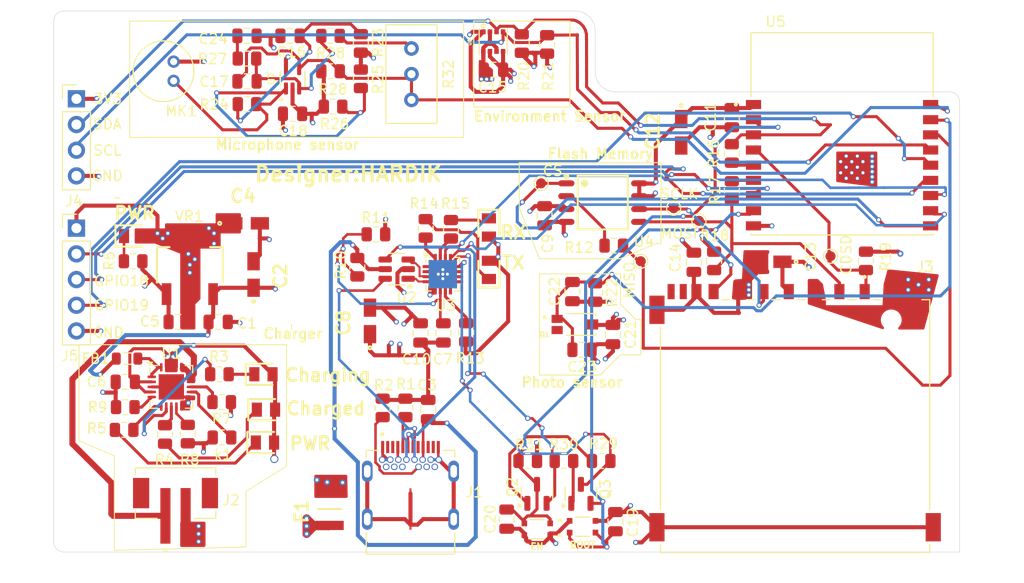
<source format=kicad_pcb>
(kicad_pcb (version 20241229) (generator "pcbnew") (generator_version "9.0")
  (title_block (title "ESP32 IOT 4 Layer PCB") (date "2025-09-02") (comment 2 "Author: Hardik Agrawal"))
  (layers (0 "F.Cu" signal) (4 "In1.Cu" power) (6 "In2.Cu" power) (2 "B.Cu" signal) (13 "F.Paste" user) (15 "B.Paste" user) (5 "F.SilkS" user "F.Silkscreen") (7 "B.SilkS" user "B.Silkscreen") (1 "F.Mask" user) (3 "B.Mask" user) (25 "Edge.Cuts" user))
  (net 0 "")
  (net 1 "+5V")
  (net 2 "GND")
  (net 3 "/vBUS")
  (net 4 "+3.3V")
  (net 5 "/+5v_USB")
  (net 6 "Net-(U3-VBUS)")
  (net 7 "Net-(C16-Pad2)")
  (net 8 "/ESP32-C3-02/MIC_OUT")
  (net 9 "Net-(U1-PROG3)")
  (net 10 "Net-(LED1-K)")
  (net 11 "Net-(LED2-K)")
  (net 12 "Net-(LED3-K)")
  (net 13 "Net-(LED4-K)")
  (net 14 "Net-(LED5-K)")
  (net 15 "Net-(LED6-K)")
  (net 16 "Net-(Q2-B)")
  (net 17 "Net-(Q3-B)")
  (net 18 "Net-(J1-CC1)")
  (net 19 "Net-(J1-CC2)")
  (net 20 "Net-(U1-STAT2)")
  (net 21 "Net-(U1-STAT1{slash}~{LBO})")
  (net 22 "Net-(U1-~{PG})")
  (net 23 "Net-(U1-PROG1)")
  (net 24 "Net-(U1-~{TE})")
  (net 25 "Net-(U1-THERM)")
  (net 26 "Net-(U4-DO(IO1))")
  (net 27 "/ESP32-C3-02/MISO_DO")
  (net 28 "Net-(U3-~{RST})")
  (net 29 "Net-(U3-~{TXT}{slash}GPIO.2)")
  (net 30 "Net-(U3-~{RXT}{slash}GPIO.3)")
  (net 31 "Net-(U5-IO6)")
  (net 32 "/ESP32-C3-02/SDA")
  (net 33 "/ESP32-C3-02/MOSI_DI")
  (net 34 "Net-(U5-IO7)")
  (net 35 "Net-(J3-DAT0)")
  (net 36 "/ESP32-C3-02/CD_SD")
  (net 37 "/ESP32-C3-02/SCL")
  (net 38 "/ESP32-C3-02/PHOTO_C")
  (net 39 "Net-(U7-IN+)")
  (net 40 "/ESP32-C3-02/SCLK")
  (net 41 "/ESP32-C3-02/CS")
  (net 42 "/VBAT")
  (net 43 "/USB_DN")
  (net 44 "/ESP32-C3-02/USB_D+")
  (net 45 "/USB_DP")
  (net 46 "/ESP32-C3-02/USB_D-")
  (net 59 "Net-(U3-GND-Pad12)")
  (net 62 "/ESP32-C3-02/RTS")
  (net 64 "/ESP32-C3-02/CTS")
  (net 65 "/ESP32-C3-02/RX_TX")
  (net 69 "/ESP32-C3-02/TX_RX")
  (net 70 "/ESP32-C3-02/BOOT")
  (net 71 "/ESP32-C3-02/GPIO8")
  (net 72 "/ESP32-C3-02/GPIO18")
  (net 73 "/ESP32-C3-02/GPIO19")
  (net 74 "/ESP32-C3-02/EN")
  (net 75 "Net-(C24-Pad2)")
  (net 76 "Net-(FB1-Pad1)")
  (net 77 "Net-(R28-Pad1)")
  (net 78 "Net-(U7-IN-)")
  (footprint "ESP32_Footprints:MODULE_ESP32-C3-WROOM-02-H4" (layer "F.Cu") (at 210.89 84.65)
    (property "Reference" "U5")
    (property "Value" "ESP32-C3-WROOM-02-H4")
  )
  (footprint "ESP32_Footprints:T491A" (layer "F.Cu") (at 164.25 103.1475 90)
    (property "Reference" "C8")
    (property "Value" "4.7u" (hide yes))
  )
  (footprint "Resistor_SMD:R_0805_2012Metric" (layer "F.Cu") (at 213.25 97.2125 -90)
    (property "Reference" "R19")
    (property "Value" "10K")
  )
  (footprint "Resistor_SMD:R_0805_2012Metric" (layer "F.Cu") (at 149.375 108.425 180)
    (property "Reference" "R3")
    (property "Value" "470")
  )
  (footprint "Resistor_SMD:R_0805_2012Metric" (layer "F.Cu") (at 200 86.5875 -90)
    (property "Reference" "R16")
    (property "Value" "50")
  )
  (footprint "Resistor_SMD:R_0805_2012Metric" (layer "F.Cu") (at 172.25 94.0875 -90)
    (property "Reference" "R15")
    (property "Value" "470")
  )
  (footprint "Capacitor_SMD:C_0805_2012Metric" (layer "F.Cu") (at 156.6 82.67)
    (property "Reference" "C18")
    (property "Value" "0.1u")
  )
  (footprint "Capacitor_SMD:C_0805_2012Metric" (layer "F.Cu") (at 170 111.9125 90)
    (property "Reference" "C3")
    (property "Value" "0.1u")
  )
  (footprint "Resistor_SMD:R_0805_2012Metric" (layer "F.Cu") (at 163.35 75.71 90)
    (property "Reference" "R23")
    (property "Value" "2K")
  )
  (footprint "Capacitor_SMD:C_0805_2012Metric" (layer "F.Cu") (at 184.25 100.25 -90)
    (property "Reference" "C22")
    (property "Value" "10n")
  )
  (footprint "ESP32_Footprints:LEDC2012X120N" (layer "F.Cu") (at 153.875 115.175)
    (property "Reference" "PWR")
    (property "Value" "LTST-C170KRKT" (hide yes))
  )
  (footprint "Capacitor_SMD:C_0805_2012Metric" (layer "F.Cu") (at 152.1 74.96 180)
    (property "Reference" "C24")
    (property "Value" "10u")
  )
  (footprint "TestPoint:TestPoint_Pad_D1.0mm" (layer "F.Cu") (at 181.155 89.545 90)
    (property "Reference" "CS")
    (property "Value" "Test CS")
  )
  (footprint "ESP32_Footprints:SOIC127P790X216-8N" (layer "F.Cu") (at 187.25 91.45)
    (property "Reference" "U4")
    (property "Value" "W25Q32JVSSIQ")
  )
  (footprint "Capacitor_SMD:C_0805_2012Metric" (layer "F.Cu") (at 200 83.05 -90)
    (property "Reference" "C11")
    (property "Value" "0.1U")
  )
  (footprint "Capacitor_SMD:C_0805_2012Metric" (layer "F.Cu") (at 140.075 109.175 180)
    (property "Reference" "C6")
    (property "Value" "1u")
  )
  (footprint "Resistor_SMD:R_0805_2012Metric" (layer "F.Cu") (at 152.1 81.71)
    (property "Reference" "R24")
    (property "Value" "2K")
  )
  (footprint "Resistor_SMD:R_0805_2012Metric" (layer "F.Cu") (at 149.6 111.175 180)
    (property "Reference" "R7")
    (property "Value" "2k")
  )
  (footprint "ESP32_Footprints:CUI_CMC-5042PF-AC" (layer "F.Cu") (at 143.85 78.46)
    (property "Reference" "MK1")
    (property "Value" "CMC-5042PF-AC")
  )
  (footprint "Potentiometer_THT:Potentiometer_Bourns_3296W_Vertical" (layer "F.Cu") (at 168.35 81.29 -90)
    (property "Reference" "R32")
    (property "Value" "35WR100KLFTR")
  )
  (footprint "Resistor_SMD:R_0805_2012Metric" (layer "F.Cu") (at 173.75 104.2875 90)
    (property "Reference" "R13")
    (property "Value" "1k")
  )
  (footprint "Resistor_SMD:R_0805_2012Metric" (layer "F.Cu") (at 183.4125 117)
    (property "Reference" "R30")
    (property "Value" "10K")
  )
  (footprint "Capacitor_SMD:C_0805_2012Metric" (layer "F.Cu") (at 149.25 103.25)
    (property "Reference" "C1")
    (property "Value" "0.1u")
  )
  (footprint "Resistor_SMD:R_0805_2012Metric" (layer "F.Cu") (at 169.75 94 -90)
    (property "Reference" "R14")
    (property "Value" "470")
  )
  (footprint "Resistor_SMD:R_0805_2012Metric" (layer "F.Cu") (at 200 90.25 90)
    (property "Reference" "R17")
    (property "Value" "50")
  )
  (footprint "Connector_PinHeader_2.54mm:PinHeader_1x05_P2.54mm_Vertical" (layer "F.Cu") (at 135.25 93.98)
    (property "Reference" "J5")
    (property "Value" "Conn_01x05_Pin")
  )
  (footprint "Capacitor_SMD:C_0805_2012Metric" (layer "F.Cu") (at 169.25 104.3375 90)
    (property "Reference" "C10")
    (property "Value" "0.1u")
  )
  (footprint "ESP32_Footprints:LEDC2012X120N" (layer "F.Cu") (at 176 98.1 90)
    (property "Reference" "TX")
    (property "Value" "LTST-C170GKT" (hide yes))
  )
  (footprint "Capacitor_SMD:C_0805_2012Metric" (layer "F.Cu") (at 152.1 79.46 180)
    (property "Reference" "C17")
    (property "Value" "0.1u")
  )
  (footprint "ESP32_Footprints:LEDC2012X120N" (layer "F.Cu") (at 153.725 108.425)
    (property "Reference" "Charging")
    (property "Value" "LTST-C170TBKT" (hide yes))
  )
  (footprint "ESP32_Footprints:AMPHENOL_GSD090012SEU" (layer "F.Cu") (at 206.25 113.55)
    (property "Reference" "J3")
    (property "Value" "GSD090012SEU")
  )
  (footprint "ESP32_Footprints:BELFUSE_SS-52400-002" (layer "F.Cu") (at 168.25 122.75)
    (property "Reference" "J1")
    (property "Value" "SS-52400-002")
  )
  (footprint "ESP32_Footprints:JST_B2B-PH-SM4-TB" (layer "F.Cu") (at 145.0375 120.175)
    (property "Reference" "J2")
    (property "Value" "B2B-PH-SM4-TB")
  )
  (footprint "ESP32_Footprints:TRANS_TEMT6000X01" (layer "F.Cu") (at 184.495 103.5)
    (property "Reference" "Q1")
    (property "Value" "TEMT6000X01")
  )
  (footprint "ESP32_Footprints:PSON65P250X250X100-8N" (layer "F.Cu") (at 176.425 75.53 90)
    (property "Reference" "U6")
    (property "Value" "BME280")
  )
  (footprint "MountingHole:MountingHole_2.1mm" (layer "F.Cu") (at 135.75 121.75)
    (property "Reference" "REF**" (hide yes))
    (property "Value" "MountingHole_2.1mm")
  )
  (footprint "Resistor_SMD:R_0805_2012Metric" (layer "F.Cu") (at 187.0875 117 180)
    (property "Reference" "R29")
    (property "Value" "10K")
  )
  (footprint "Capacitor_SMD:C_0805_2012Metric" (layer "F.Cu") (at 188.5 123 90)
    (property "Reference" "C19")
    (property "Value" "0.1u")
  )
  (footprint "MountingHole:MountingHole_2.1mm" (layer "F.Cu") (at 176 86)
    (property "Reference" "REF**" (hide yes))
    (property "Value" "MountingHole_2.1mm")
  )
  (footprint "Package_DFN_QFN:SiliconLabs_QFN-20-1EP_3x3mm_P0.5mm_EP1.8x1.8mm_ThermalVias" (layer "F.Cu") (at 171.45 98.5275)
    (property "Reference" "U3")
    (property "Value" "CP2102N-Axx-xQFN20")
  )
  (footprint "Capacitor_SMD:C_0805_2012Metric" (layer "F.Cu") (at 171.5 104.3375 -90)
    (property "Reference" "C7")
    (property "Value" "1uf")
  )
  (footprint "Package_DFN_QFN:QFN-20-1EP_4x4mm_P0.5mm_EP2.5x2.5mm" (layer "F.Cu") (at 144.625 109.675)
    (property "Reference" "U1")
    (property "Value" "MCP73871")
  )
  (footprint "Inductor_SMD:L_0805_2012Metric" (layer "F.Cu") (at 140.25 106.875 180)
    (property "Reference" "FB1")
    (property "Value" "FerriteBead")
  )
  (footprint "Resistor_SMD:R_0805_2012Metric" (layer "F.Cu") (at 144 114.375 90)
    (property "Reference" "R4")
    (property "Value" "470")
  )
  (footprint "ESP32_Footprints:LEDC2012X120N" (layer "F.Cu") (at 140.85 94.75)
    (property "Reference" "PWR")
    (property "Value" "LTST-C170KRKT" (hide yes))
  )
  (footprint "Resistor_SMD:R_0805_2012Metric" (layer "F.Cu") (at 146.25 114.3375 -90)
    (property "Reference" "R8")
    (property "Value" "10k")
  )
  (footprint "Capacitor_SMD:C_0805_2012Metric" (layer "F.Cu") (at 177.75 122.75 -90)
    (property "Reference" "C20")
    (property "Value" "1u")
  )
  (footprint "Resistor_SMD:R_0805_2012Metric" (layer "F.Cu") (at 179.8375 117 180)
    (property "Reference" "R31")
    (property "Value" "10K")
  )
  (footprint "Resistor_SMD:R_0805_2012Metric" (layer "F.Cu") (at 160.35 78.46)
    (property "Reference" "R28")
    (property "Value" "100K")
  )
  (footprint "MountingHole:MountingHole_2.1mm" (layer "F.Cu") (at 135.75 76.5)
    (property "Reference" "REF**" (hide yes))
    (property "Value" "MountingHole_2.1mm")
  )
  (footprint "TestPoint:TestPoint_Pad_D1.0mm" (layer "F.Cu") (at 191 97.25 90)
    (property "Reference" "MISO")
    (property "Value" "Test MISO")
  )
  (footprint "ESP32_Footprints:FUSC3226X100N" (layer "F.Cu") (at 160.25 121.75 -90)
    (property "Reference" "F1")
    (property "Value" "0ZCH0110AF2E" (hide yes))
  )
  (footprint "Capacitor_SMD:C_0805_2012Metric" (layer "F.Cu") (at 188.25 104.5 90)
    (property "Reference" "C21")
    (property "Value" "0.1u")
  )
  (footprint "Resistor_SMD:R_0805_2012Metric" (layer "F.Cu") (at 164.8375 94.5875)
    (property "Reference" "R11")
    (property "Value" "47k5")
  )
  (footprint "Package_TO_SOT_SMD:SOT-23-6" (layer "F.Cu") (at 166.8875 98.0275 180)
    (property "Reference" "U2")
    (property "Value" "USBLC6-2SC6")
  )
  (footprint "ESP32_Footprints:SW_USLPT2819DT2TR" (layer "F.Cu") (at 180.77707 123.75 180)
    (property "Reference" "EN")
    (property "Value" "Reset")
  )
  (footprint "ESP32_Footprints:T491A" (layer "F.Cu") (at 152.06 93.5)
    (property "Reference" "C4")
    (property "Value" "10u" (hide yes))
  )
  (footprint "Resistor_SMD:R_0805_2012Metric" (layer "F.Cu") (at 198.25 97.2125 90)
    (property "Reference" "R18")
    (property "Value" "50")
  )
  (footprint "ESP32_Footprints:LEDC2012X120N" (layer "F.Cu") (at 153.975 111.925)
    (property "Reference" "Charged")
    (property "Value" "LTST-C170GKT" (hide yes))
  )
  (footprint "Resistor_SMD:R_0805_2012Metric" (layer "F.Cu") (at 163.35 79.21 -90)
    (property "Reference" "R25")
    (property "Value" "1M")
  )
  (footprint "Resistor_SMD:R_0805_2012Metric" (layer "F.Cu") (at 181.75 75.81 90)
    (property "Reference" "R21")
    (property "Value" "4k7")
  )
  (footprint "ESP32_Footprints:VREG_LM1117MPX-3.3" (layer "F.Cu") (at 146.45 97.6 90)
    (property "Reference" "VR1")
    (property "Value" "LM1117MPX-3.3")
  )
  (footprint "Capacitor_SMD:C_0805_2012Metric" (layer "F.Cu") (at 156.35 74.96)
    (property "Reference" "C16")
    (property "Value" "0.1u")
  )
  (footprint "Resistor_SMD:R_0805_2012Metric" (layer "F.Cu") (at 188.3375 95.7)
    (property "Reference" "R12")
    (property "Value" "50")
  )
  (footprint "Resistor_SMD:R_0805_2012Metric" (layer "F.Cu") (at 186.5 100.3375 -90)
    (property "Reference" "R22")
    (property "Value" "10k")
  )
  (footprint "Connector_PinHeader_2.54mm:PinHeader_1x04_P2.54mm_Vertical" (layer "F.Cu") (at 135.25 81.19)
    (property "Reference" "J4")
    (property "Value" "Conn_01x04_Pin")
  )
  (footprint "Capacitor_SMD:C_0805_2012Metric" (layer "F.Cu") (at 185.2 106)
    (property "Reference" "C23")
    (property "Value" "10n")
  )
  (footprint "Resistor_SMD:R_0805_2012Metric" (layer "F.Cu") (at 167.75 111.75 90)
    (property "Reference" "R1")
    (property "Value" "5k1")
  )
  (footprint "Capacitor_SMD:C_0805_2012Metric" (layer "F.Cu") (at 145.3 103.25 180)
    (property "Reference" "C5")
    (property "Value" "0.1u")
  )
  (footprint "ESP32_Footprints:SW_USLPT2819DT2TR" (layer "F.Cu") (at 185.25 123.5)
    (property "Reference" "BOOT")
    (property "Value" "Boot")
  )
  (footprint "Resistor_SMD:R_0805_2012Metric" (layer "F.Cu") (at 152.1 77.21)
    (property "Reference" "R27")
    (property "Value" "1k")
  )
  (footprint "Resistor_SMD:R_0805_2012Metric" (layer "F.Cu") (at 149.625 114.675)
    (property "Reference" "k1")
    (property "Value" "20k")
  )
  (footprint "TestPoint:TestPoint_Pad_D1.0mm" (layer "F.Cu") (at 194.25 92 90)
    (property "Reference" "SCLK")
    (property "Value" "Test SCLK")
  )
  (footprint "Resistor_SMD:R_0805_2012Metric" (layer "F.Cu") (at 139.9625 113.925)
    (property "Reference" "R5")
    (property "Value" "470")
  )
  (footprint "Resistor_SMD:R_0805_2012Metric" (layer "F.Cu") (at 140.85 97.25)
    (property "Reference" "R6")
    (property "Value" "470")
  )
  (footprint "TestPoint:TestPoint_Pad_D1.0mm" (layer "F.Cu") (at 196.75 93.25 90)
    (property "Reference" "MOSI")
    (property "Value" "Test MOSI")
  )
  (footprint "ESP32_Footprints:SOT65P210X110-5N" (layer "F.Cu") (at 156.6 79.21 90)
    (property "Reference" "U7")
    (property "Value" "MAX4466EXK")
  )
  (footprint "Package_TO_SOT_SMD:SOT-23" (layer "F.Cu") (at 185.0875 120.25 90)
    (property "Reference" "Q3")
    (property "Value" "BC817")
  )
  (footprint "Resistor_SMD:R_0805_2012Metric" (layer "F.Cu") (at 160.35 74.96 180)
    (property "Reference" "R28")
    (property "Value" "22k")
  )
  (footprint "Resistor_SMD:R_0805_2012Metric" (layer "F.Cu") (at 163 97.8375 -90)
    (property "Reference" "R10")
    (property "Value" "22k1")
  )
  (footprint "Capacitor_SMD:C_0805_2012Metric" (layer "F.Cu") (at 176.45 78.31)
    (property "Reference" "C15")
    (property "Value" "0.1u")
  )
  (footprint "ESP32_Footprints:LEDC2012X120N" (layer "F.Cu") (at 176 93.91 -90)
    (property "Reference" "RX")
    (property "Value" "LTST-C170KRKT" (hide yes))
  )
  (footprint "Capacitor_SMD:C_0805_2012Metric" (layer "F.Cu") (at 181.5 92.75 -90)
    (property "Reference" "C9")
    (property "Value" "0.1U")
  )
  (footprint "ESP32_Footprints:T491A" (layer "F.Cu") (at 203.69 97.3 180)
    (property "Reference" "C13" (hide yes))
    (property "Value" "10U" (hide yes))
  )
  (footprint "ESP32_Footprints:T491A" (layer "F.Cu") (at 152.75 98.56 90)
    (property "Reference" "C2")
    (property "Value" "10u" (hide yes))
  )
  (footprint "ESP32_Footprints:T491A" (layer "F.Cu") (at 195 84.5 -90)
    (property "Reference" "C12")
    (property "Value" "10U" (hide yes))
  )
  (footprint "Capacitor_SMD:C_0805_2012Metric" (layer "F.Cu") (at 196.25 97.35 -90)
    (property "Reference" "C14")
    (property "Value" "0.1U")
  )
  (footprint "Resistor_SMD:R_0805_2012Metric" (layer "F.Cu") (at 165.5 111.75 90)
    (property "Reference" "R2")
    (property "Value" "5k1")
  )
  (footprint "Resistor_SMD:R_0805_2012Metric" (layer "F.Cu") (at 140.075 111.675)
    (property "Reference" "R9")
    (property "Value" "10k")
  )
  (footprint "Resistor_SMD:R_0805_2012Metric" (layer "F.Cu") (at 179.25 75.7225 90)
    (property "Reference" "R20")
    (property "Value" "4k7")
  )
  (footprint "TestPoint:TestPoint_Pad_D1.0mm" (layer "F.Cu") (at 209.75 96.75 90)
    (property "Reference" "CDSD")
    (property "Value" "Test CS_SD")
  )
  (footprint "Resistor_SMD:R_0805_2012Metric" (layer "F.Cu") (at 160.6 81.96 180)
    (property "Reference" "R26")
    (property "Value" "1M")
  )
  (footprint "Package_TO_SOT_SMD:SOT-23" (layer "F.Cu") (at 180.75 120.25 90)
    (property "Reference" "Q2")
    (property "Value" "BC817")
  )
  (gr_line (start 173.5 73.5) (end 140.5 73.5) (stroke (width 0.1)) (layer "F.SilkS"))
  (gr_line (start 191 103) (end 191 106.5) (stroke (width 0.1)) (layer "F.SilkS"))
  (gr_line (start 190.5 103) (end 191 103) (stroke (width 0.1)) (layer "F.SilkS"))
  (gr_line (start 140.5 73.5) (end 140.5 85) (stroke (width 0.1)) (layer "F.SilkS"))
  (gr_line (start 184 82) (end 184 73.5) (stroke (width 0.1)) (layer "F.SilkS"))
  (gr_line (start 139 91) (end 139.5 91) (stroke (width 0.1)) (layer "F.SilkS"))
  (gr_line (start 189 97) (end 181 97) (stroke (width 0.1)) (layer "F.SilkS"))
  (gr_line (start 174.5 73.5) (end 174.5 82) (stroke (width 0.1)) (layer "F.SilkS"))
  (gr_line (start 139 116.5) (end 135.5 115) (stroke (width 0.1)) (layer "F.SilkS"))
  (gr_line (start 179 87.5) (end 193 87.5) (stroke (width 0.1)) (layer "F.SilkS"))
  (gr_line (start 192.5 95.5) (end 189 97) (stroke (width 0.1)) (layer "F.SilkS"))
  (gr_line (start 184 73.5) (end 174.5 73.5) (stroke (width 0.1)) (layer "F.SilkS"))
  (gr_line (start 181 97) (end 179 92) (stroke (width 0.1)) (layer "F.SilkS"))
  (gr_line (start 179 92) (end 179 87.5) (stroke (width 0.1)) (layer "F.SilkS"))
  (gr_line (start 193 95.5) (end 192.5 95.5) (stroke (width 0.1)) (layer "F.SilkS"))
  (gr_line (start 139 125.835) (end 139 116.5) (stroke (width 0.1)) (layer "F.SilkS"))
  (gr_line (start 135.5 105.5) (end 156 105.5) (stroke (width 0.1)) (layer "F.SilkS"))
  (gr_line (start 181 108.5) (end 181 98.5) (stroke (width 0.1)) (layer "F.SilkS"))
  (gr_line (start 187 108.5) (end 181 108.5) (stroke (width 0.1)) (layer "F.SilkS"))
  (gr_line (start 173.5 85) (end 173.5 73.5) (stroke (width 0.1)) (layer "F.SilkS"))
  (gr_line (start 189 98.5) (end 189 101.5) (stroke (width 0.1)) (layer "F.SilkS"))
  (gr_line (start 135.5 115) (end 135.5 105.5) (stroke (width 0.1)) (layer "F.SilkS"))
  (gr_line (start 156 105.5) (end 156 117.5) (stroke (width 0.1)) (layer "F.SilkS"))
  (gr_line (start 193 87.5) (end 193 95.5) (stroke (width 0.1)) (layer "F.SilkS"))
  (gr_line (start 152 125.5) (end 139 125.835) (stroke (width 0.1)) (layer "F.SilkS"))
  (gr_line (start 189 101.5) (end 190.5 103) (stroke (width 0.1)) (layer "F.SilkS"))
  (gr_line (start 152 120) (end 152 125.5) (stroke (width 0.1)) (layer "F.SilkS"))
  (gr_line (start 140.5 85) (end 173.5 85) (stroke (width 0.1)) (layer "F.SilkS"))
  (gr_line (start 181 98.5) (end 181.5 98.5) (stroke (width 0.1)) (layer "F.SilkS"))
  (gr_line (start 174.5 82) (end 184 82) (stroke (width 0.1)) (layer "F.SilkS"))
  (gr_line (start 181.5 98.5) (end 189 98.5) (stroke (width 0.1)) (layer "F.SilkS"))
  (gr_line (start 156 117.5) (end 152 120) (stroke (width 0.1)) (layer "F.SilkS"))
  (gr_line (start 156.5 103.5) (end 156.5 104) (stroke (width 0.1)) (layer "F.SilkS"))
  (gr_line (start 191 106.5) (end 189 106.5) (stroke (width 0.1)) (layer "F.SilkS"))
  (gr_line (start 189 106.5) (end 187 108.5) (stroke (width 0.1)) (layer "F.SilkS"))
  (gr_arc (start 221.5 80.5) (mid 222.207107 80.792893) (end 222.5 81.5) (stroke (width 0.05)) (layer "Edge.Cuts"))
  (gr_line (start 186.5 78.5) (end 186.5 74.5) (stroke (width 0.05)) (layer "Edge.Cuts"))
  (gr_line (start 184.5 72.5) (end 152.9 72.5) (stroke (width 0.05)) (layer "Edge.Cuts"))
  (gr_line (start 133 73.5) (end 133 125) (stroke (width 0.05)) (layer "Edge.Cuts"))
  (gr_line (start 221.5 80.5) (end 201.5 80.5) (stroke (width 0.05)) (layer "Edge.Cuts"))
  (gr_line (start 134 126.002525) (end 222.5 126.002525) (stroke (width 0.05)) (layer "Edge.Cuts"))
  (gr_arc (start 134 126) (mid 133.292893 125.707107) (end 133 125) (stroke (width 0.05)) (layer "Edge.Cuts"))
  (gr_line (start 222.5 126.002525) (end 222.5 126.002525) (stroke (width 0.05)) (layer "Edge.Cuts"))
  (gr_line (start 201.5 80.5) (end 188.5 80.5) (stroke (width 0.05)) (layer "Edge.Cuts"))
  (gr_arc (start 188.5 80.5) (mid 187.085786 79.914214) (end 186.5 78.5) (stroke (width 0.05)) (layer "Edge.Cuts"))
  (gr_arc (start 133 73.5) (mid 133.292893 72.792893) (end 134 72.5) (stroke (width 0.05)) (layer "Edge.Cuts"))
  (gr_line (start 152.9 72.5) (end 134 72.5) (stroke (width 0.05)) (layer "Edge.Cuts"))
  (gr_arc (start 184.5 72.5) (mid 185.914214 73.085786) (end 186.5 74.5) (stroke (width 0.05)) (layer "Edge.Cuts"))
  (gr_line (start 222.5 126.002525) (end 222.5 81.5) (stroke (width 0.05)) (layer "Edge.Cuts"))
  (gr_text "Designer:HARDIK" (at 152.7 89.5 0) (layer "F.SilkS") (effects (font (size 1.5 1.5) (thickness 0.3) (bold yes)) (justify left bottom)))
  (gr_text "3V3" (at 138.360131 81.2 0) (layer "F.SilkS") (effects (font (size 1 1))))
  (gr_text "GND\n" (at 138.4 104.3 0) (layer "F.SilkS") (effects (font (size 1 1))))
  (gr_text "SDA" (at 138.3 83.7 0) (layer "F.SilkS") (effects (font (size 1 1))))
  (gr_text "GPIO19" (at 139.7 101.6 0) (layer "F.SilkS") (effects (font (size 1 1))))
  (gr_text "Microphone sensor\n" (at 148.9 86.3 0) (layer "F.SilkS") (effects (font (size 1 1) (thickness 0.2) (bold yes)) (justify left bottom)))
  (gr_text "GPIO18" (at 139.7 99.2 0) (layer "F.SilkS") (effects (font (size 1 1))))
  (gr_text "C13\n" (at 207.8 96.8 90) (layer "F.SilkS") (effects (font (size 1 1))))
  (gr_text "Flash Memory" (at 181.7 87.2 0) (layer "F.SilkS") (effects (font (size 1 1) (thickness 0.2) (bold yes)) (justify left bottom)))
  (gr_text "Photo sensor" (at 179.1 109.8 0) (layer "F.SilkS") (effects (font (size 1 1) (thickness 0.2) (bold yes)) (justify left bottom)))
  (gr_text "Charger\n" (at 153.6 105 0) (layer "F.SilkS") (effects (font (size 1 1) (thickness 0.2) (bold yes)) (justify left bottom)))
  (gr_text "GND\n" (at 138.3 88.8 0) (layer "F.SilkS") (effects (font (size 1 1))))
  (gr_text "Environment Sensor" (at 174.4 83.5 0) (layer "F.SilkS") (effects (font (size 1 1) (thickness 0.2) (bold yes)) (justify left bottom)))
  (gr_text "SCL" (at 138.3 86.3 0) (layer "F.SilkS") (effects (font (size 1 1))))
  (segment (start 148.774997 100.499993) (end 148.749999 102.799999) (width 0.4) (layer "F.Cu") (net 1))
  (segment (start 139.18125 106.875) (end 139.1875 106.875) (width 0.4) (layer "F.Cu") (net 1))
  (segment (start 139.18125 106.875) (end 139.174992 106.87498) (width 0.4) (layer "F.Cu") (net 1))
  (segment (start 154.769999 99.87) (end 152.75 99.87) (width 0.4) (layer "F.Cu") (net 1))
  (segment (start 149.430004 99.87001) (end 152.75 99.87) (width 0.4) (layer "F.Cu") (net 1))
  (segment (start 148.2 104.55) (end 148.300004 104.450001) (width 0.4) (layer "F.Cu") (net 1))
  (segment (start 148.799994 100.499986) (end 148.75 100.500001) (width 0.4) (layer "F.Cu") (net 1))
  (segment (start 154.9 100) (end 154.769999 99.87) (width 0.4) (layer "F.Cu") (net 1))
  (segment (start 139.17058 106.879419) (end 139.174992 106.87498) (width 0.4) (layer "F.Cu") (net 1))
  (segment (start 148.774997 100.499993) (end 149.430004 99.87001) (width 0.4) (layer "F.Cu") (net 1))
  (segment (start 148.300001 103.25) (end 148.300004 104.450001) (width 0.4) (layer "F.Cu") (net 1))
  (segment (start 148.300001 103.25) (end 148.749999 102.799999) (width 0.4) (layer "F.Cu") (net 1))
  (segment (start 139.17058 106.879419) (end 137.6 108.45) (width 0.4) (layer "F.Cu") (net 1))
  (via (at 137.6 108.45) (size 0.5) (drill 0.3) (layers "F.Cu" "B.Cu") (net 1))
  (via (at 148.2 104.55) (size 0.5) (drill 0.3) (layers "F.Cu" "B.Cu") (net 1))
  (via (at 154.9 100) (size 0.5) (drill 0.3) (layers "F.Cu" "B.Cu") (net 1))
  (segment (start 136.599998 108.05) (end 140.100007 104.550016) (width 0.4) (layer "B.Cu") (net 1))
  (segment (start 137 108.449999) (end 136.599998 108.05) (width 0.4) (layer "B.Cu") (net 1))
  (segment (start 140.100007 104.550016) (end 148.15 104.55) (width 0.4) (layer "B.Cu") (net 1))
  (segment (start 137.6 108.45) (end 137 108.449999) (width 0.4) (layer "B.Cu") (net 1))
  (segment (start 182.734996 124.159989) (end 183.975 122.92) (width 0.4) (layer "F.Cu") (net 2))
  (segment (start 212.959 86.859) (end 212.950003 86.850003) (width 0.8) (layer "F.Cu") (net 2))
  (segment (start 142.715816 99.015816) (end 141.76248 98.062508) (width 0.4) (layer "F.Cu") (net 2))
  (segment (start 174.390007 74.560017) (end 174.1 74.85) (width 0.4) (layer "F.Cu") (net 2))
  (segment (start 178.15 79.45) (end 178.149991 79.060004) (width 0.4) (layer "F.Cu") (net 2))
  (segment (start 171.000019 116.819992) (end 171.075 116.895) (width 0.254) (layer "F.Cu") (net 2))
  (segment (start 182.040725 124.498537) (end 182.025271 124.575252) (width 0.4) (layer "F.Cu") (net 2))
  (segment (start 198.247997 102.350007) (end 196.500001 100.601999) (width 0.4) (layer "F.Cu") (net 2))
  (segment (start 170 106.23925) (end 170 110.9625) (width 0.4) (layer "F.Cu") (net 2))
  (segment (start 169.621999 106.55) (end 167.132 106.55) (width 0.4) (layer "F.Cu") (net 2))
  (segment (start 213.016006 87.884013) (end 212.95 87.95) (width 0.8) (layer "F.Cu") (net 2))
  (segment (start 166.116 106.549999) (end 167.132 106.55) (width 0.4) (layer "F.Cu") (net 2))
  (segment (start 179.793812 124.951) (end 180.015368 124.951) (width 0.4) (layer "F.Cu") (net 2))
  (segment (start 188.927 122.05) (end 189.353995 122.04999) (width 0.4) (layer "F.Cu") (net 2))
  (segment (start 213.868 87.376) (end 212.962002 87.388006) (width 0.8) (layer "F.Cu") (net 2))
  (segment (start 183.65 93.355) (end 181.844991 93.354979) (width 0.4) (layer "F.Cu") (net 2))
  (segment (start 159.687499 78.71) (end 159.6875 81.96) (width 0.4) (layer "F.Cu") (net 2))
  (segment (start 139.124993 111.637502) (end 139.1625 111.675) (width 0.4) (layer "F.Cu") (net 2))
  (segment (start 211.85 89.05) (end 212.95 89.05) (width 0.8) (layer "F.Cu") (net 2))
  (segment (start 167.2 105.45) (end 167.132001 105.518) (width 0.4) (layer "F.Cu") (net 2))
  (segment (start 188.500002 122.050005) (end 187.629994 122.919985) (width 0.4) (layer "F.Cu") (net 2))
  (segment (start 165.499981 116.819992) (end 165.45 116.87) (width 0.254) (layer "F.Cu") (net 2))
  (segment (start 188.25 106.15) (end 188.25 105.45) (width 0.4) (layer "F.Cu") (net 2))
  (segment (start 147.85 77.5) (end 147.839999 77.51) (width 0.4) (layer "F.Cu") (net 2))
  (segment (start 174.199978 80.000008) (end 174.200001 75.81) (width 0.4) (layer "F.Cu") (net 2))
  (segment (start 187.629994 122.919985) (end 186.525 122.92) (width 0.4) (layer "F.Cu") (net 2))
  (segment (start 169.25 105.2875) (end 170.000001 106.0375) (width 0.4) (layer "F.Cu") (net 2))
  (segment (start 200.624986 102.275005) (end 200.625 100.25) (width 0.4) (layer "F.Cu") (net 2))
  (segment (start 180.015368 124.951) (end 180.110761 125.046393) (width 0.4) (layer "F.Cu") (net 2))
  (segment (start 154.432017 75.831993) (end 154.75 76.15) (width 0.4) (layer "F.Cu") (net 2))
  (segment (start 213.717999 89.05) (end 213.868 88.9) (width 0.8) (layer "F.Cu") (net 2))
  (segment (start 200.646966 102.35) (end 200.700002 102.350002) (width 0.4) (layer "F.Cu") (net 2))
  (segment (start 211.3 87.95) (end 211.85 87.4) (width 0.8) (layer "F.Cu") (net 2))
  (segment (start 211.3 87.95) (end 211.85 88.5) (width 0.8) (layer "F.Cu") (net 2))
  (segment (start 154.431999 74.96) (end 153.05 74.96) (width 0.4) (layer "F.Cu") (net 2))
  (segment (start 157.549997 82.670006) (end 158.49595 82.67) (width 0.4) (layer "F.Cu") (net 2))
  (segment (start 186.15001 106.000004) (end 186.150001 106.599999) (width 0.4) (layer "F.Cu") (net 2))
  (segment (start 165.750001 93.15) (end 165.75 94.5875) (width 0.4) (layer "F.Cu") (net 2))
  (segment (start 198.120007 84.730003) (end 197.85 85) (width 0.4) (layer "F.Cu") (net 2))
  (segment (start 183.65 93.355) (end 183.387972 93.616988) (width 0.4) (layer "F.Cu") (net 2))
  (segment (start 170.000001 106.0375) (end 170 106.23925) (width 0.4) (layer "F.Cu") (net 2))
  (segment (start 196.25001 99.999995) (end 196.25 98.3) (width 0.4) (layer "F.Cu") (net 2))
  (segment (start 158.977508 82.67002) (end 159.6875 81.96) (width 0.4) (layer "F.Cu") (net 2))
  (segment (start 196.499999 100.25) (end 196.499985 100.728265) (width 0.4) (layer "F.Cu") (net 2))
  (segment (start 147.832928 77.51) (end 144.85 77.51) (width 0.4) (layer "F.Cu") (net 2))
  (segment (start 169.25 105.2875) (end 171.5 105.2875) (width 0.4) (layer "F.Cu") (net 2))
  (segment (start 154.195999 94.996) (end 153.37 94.996) (width 0.4) (layer "F.Cu") (net 2))
  (segment (start 184.3 101.249999) (end 186.5 101.25) (width 0.4) (layer "F.Cu") (net 2))
  (segment (start 144.624999 109.675) (end 142.6875 109.675) (width 0.3) (layer "F.Cu") (net 2))
  (segment (start 147.67325 115.25) (end 148.137505 115.250013) (width 0.4) (layer "F.Cu") (net 2))
  (segment (start 196.5 100.426) (end 196.500001 100.601999) (width 0.4) (layer "F.Cu") (net 2))
  (segment (start 157.549997 82.670006) (end 156.60002 81.719991) (width 0.4) (layer "F.Cu") (net 2))
  (segment (start 164.250001 106.099999) (end 164.25 104.4575) (width 0.4) (layer "F.Cu") (net 2))
  (segment (start 147.827999 116.071999) (end 147.82795 115.25) (width 0.4) (layer "F.Cu") (net 2))
  (segment (start 196.810001 84.000001) (end 195 85.81) (width 0.4) (layer "F.Cu") (net 2))
  (segment (start 191.099995 125.049988) (end 192.6 123.55) (width 0.4) (layer "F.Cu") (net 2))
  (segment (start 158.73675 82.67) (end 158.49595 82.66995) (width 0.4) (layer "F.Cu") (net 2))
  (segment (start 210.75 89.05) (end 210.75 86.85) (width 0.8) (layer "F.Cu") (net 2))
  (segment (start 144.149993 100.475002) (end 144.349999 100.7) (width 0.4) (layer "F.Cu") (net 2))
  (segment (start 212.954508 86.85449) (end 210.75 86.85) (width 0.8) (layer "F.Cu") (net 2))
  (segment (start 200.700002 102.350002) (end 200.624986 102.275005) (width 0.4) (layer "F.Cu") (net 2))
  (segment (start 165.500028 116.332065) (end 165.5 115.62) (width 0.254) (layer "F.Cu") (net 2))
  (segment (start 181.439262 125.1) (end 180.110761 125.1) (width 0.4) (layer "F.Cu") (net 2))
  (segment (start 164.7 106.549999) (end 164.250001 106.099999) (width 0.4) (layer "F.Cu") (net 2))
  (segment (start 158.6 83.55) (end 158.495984 83.446006) (width 0.4) (layer "F.Cu") (net 2))
  (segment (start 198.119999 84) (end 196.810001 84.000001) (width 0.4) (layer "F.Cu") (net 2))
  (segment (start 170 106.10475) (end 170.000001 106.172) (width 0.4) (layer "F.Cu") (net 2))
  (segment (start 150.5125 112.478661) (end 150.512516 112.487506) (width 0.4) (layer "F.Cu") (net 2))
  (segment (start 212.95 86.862727) (end 212.950027 86.849972) (width 0.8) (layer "F.Cu") (net 2))
  (segment (start 211.85 87.4) (end 212.962002 87.388006) (width 0.8) (layer "F.Cu") (net 2))
  (segment (start 167.699999 122.75) (end 168.25 123.3) (width 0.4) (layer "F.Cu") (net 2))
  (segment (start 145.624998 110.675003) (end 146.5625 110.675) (width 0.3) (layer "F.Cu") (net 2))
  (segment (start 177.400001 78.310001) (end 177.399985 79.899993) (width 0.4) (layer "F.Cu") (net 2))
  (segment (start 181.844991 93.354979) (end 181.5 93.7) (width 0.4) (layer "F.Cu") (net 2))
  (segment (start 178.5 78.7) (end 178.109999 78.31) (width 0.4) (layer "F.Cu") (net 2))
  (segment (start 174.390007 74.560017) (end 175.45 74.56) (width 0.4) (layer "F.Cu") (net 2))
  (segment (start 175.45 74.56) (end 174.200001 75.81) (width 0.4) (layer "F.Cu") (net 2))
  (segment (start 176.799999 80.5) (end 177.399985 79.899993) (width 0.4) (layer "F.Cu") (net 2))
  (segment (start 137.409999 88.81) (end 135.25 88.81) (width 0.4) (layer "F.Cu") (net 2))
  (segment (start 142.715816 99.015816) (end 142.754001 99.053999) (width 0.4) (layer "F.Cu") (net 2))
  (segment (start 158.49595 82.67) (end 158.495984 83.446006) (width 0.4) (layer "F.Cu") (net 2))
  (segment (start 198.247997 102.350007) (end 200.646966 102.35) (width 0.4) (layer "F.Cu") (net 2))
  (segment (start 191.099995 125.049988) (end 190.5 125.05) (width 0.4) (layer "F.Cu") (net 2))
  (segment (start 176.1 77.009999) (end 176.1 76.5) (width 0.4) (layer "F.Cu") (net 2))
  (segment (start 172.519999 118.02) (end 172.200003 118.019992) (width 0.4) (layer "F.Cu") (net 2))
  (segment (start 202.38 98.495) (end 202.38 97.3) (width 0.4) (layer "F.Cu") (net 2))
  (segment (start 141.76248 98.062508) (end 141.7625 97.25) (width 0.4) (layer "F.Cu") (net 2))
  (segment (start 139.124999 110.236) (end 139.125 109.175) (width 0.4) (layer "F.Cu") (net 2))
  (segment (start 187.5 106.9) (end 188.25 106.15) (width 0.4) (layer "F.Cu") (net 2))
  (segment (start 212.937272 86.85) (end 212.950027 86.849972) (width 0.8) (layer "F.Cu") (net 2))
  (segment (start 188.927 122.05) (end 188.927 122.05) (width 0.4) (layer "F.Cu") (net 2))
  (segment (start 159.687499 78.71) (end 159.4375 78.46) (width 0.4) (layer "F.Cu") (net 2))
  (segment (start 177.400001 78.310001) (end 178.149991 79.060004) (width 0.4) (layer "F.Cu") (net 2))
  (segment (start 174.7 80.499999) (end 176.799999 80.5) (width 0.4) (layer "F.Cu") (net 2))
  (segment (start 191.099999 122.05) (end 188.500002 122.050005) (width 0.4) (layer "F.Cu") (net 2))
  (segment (start 147.82795 115.25) (end 146.25 115.25) (width 0.4) (layer "F.Cu") (net 2))
  (segment (start 148.137505 115.250013) (end 148.7125 114.675) (width 0.4) (layer "F.Cu") (net 2))
  (segment (start 183.38802 94.487991) (end 183.55 94.65) (width 0.4) (layer "F.Cu") (net 2))
  (segment (start 153.37 94.996) (end 153.370002 96.63) (width 0.4) (layer "F.Cu") (net 2))
  (segment (start 142.753998 99.054004) (end 144.149993 100.475002) (width 0.4) (layer "F.Cu") (net 2))
  (segment (start 168.25 123.3) (end 168.25 120.2) (width 0.4) (layer "F.Cu") (net 2))
  (segment (start 170 106.23925) (end 170.000121 106.171711) (width 0.4) (layer "F.Cu") (net 2))
  (segment (start 177.400001 78.310001) (end 178.109999 78.31) (width 0.4) (layer "F.Cu") (net 2))
  (segment (start 182.040725 124.498537) (end 181.439262 125.1) (width 0.4) (layer "F.Cu") (net 2))
  (segment (start 213.868 88.392) (end 212.95 88.392) (width 0.8) (layer "F.Cu") (net 2))
  (segment (start 139.124999 110.236) (end 139.124993 111.637502) (width 0.4) (layer "F.Cu") (net 2))
  (segment (start 166.35 105.35) (end 166.116001 105.584) (width 0.4) (layer "F.Cu") (net 2))
  (segment (start 147.827999 116.071999) (end 147.8 116.1) (width 0.4) (layer "F.Cu") (net 2))
  (segment (start 186.150001 106.599999) (end 186.75 107.2) (width 0.4) (layer "F.Cu") (net 2))
  (segment (start 166.037999 116.870001) (end 166.25 116.87) (width 0.254) (layer "F.Cu") (net 2))
  (segment (start 179.502083 124.437715) (end 179.67607 124.611702) (width 0.4) (layer "F.Cu") (net 2))
  (segment (start 165.499981 116.819992) (end 165.500028 116.332065) (width 0.254) (layer "F.Cu") (net 2))
  (segment (start 171.000019 116.819992) (end 171 115.62) (width 0.254) (layer "F.Cu") (net 2))
  (segment (start 150.5125 112.478661) (end 150.5125 111.175) (width 0.4) (layer "F.Cu") (net 2))
  (segment (start 165.750001 93.15) (end 165.8 93.1) (width 0.4) (layer "F.Cu") (net 2))
  (segment (start 144.349999 100.7) (end 144.35 103.25) (width 0.4) (layer "F.Cu") (net 2))
  (segment (start 203.95 93.75) (end 202.14 93.75) (width 0.4) (layer "F.Cu") (net 2))
  (segment (start 177.400001 78.310001) (end 176.1 77.009999) (width 0.4) (layer "F.Cu") (net 2))
  (segment (start 147.832928 77.51) (end 147.839999 77.51) (width 0.4) (layer "F.Cu") (net 2))
  (segment (start 212.95 86.862727) (end 212.950003 86.850003) (width 0.8) (layer "F.Cu") (net 2))
  (segment (start 187.749999 101.25) (end 186.5 101.25) (width 0.4) (layer "F.Cu") (net 2))
  (segment (start 211.85 88.5) (end 212.95 88.5) (width 0.8) (layer "F.Cu") (net 2))
  (segment (start 170.000061 106.171855) (end 169.621999 106.55) (width 0.4) (layer "F.Cu") (net 2))
  (segment (start 137.65 104.15) (end 137.639999 104.14) (width 0.4) (layer "F.Cu") (net 2))
  (segment (start 167.132 106.55) (end 167.132001 105.518) (width 0.4) (layer "F.Cu") (net 2))
  (segment (start 179.039999 123.7) (end 177.75 123.7) (width 0.4) (layer "F.Cu") (net 2))
  (segment (start 179.039999 123.7) (end 179.5 124.16) (width 0.4) (layer "F.Cu") (net 2))
  (segment (start 196.5 100.426) (end 196.5 100.426) (width 0.4) (layer "F.Cu") (net 2))
  (segment (start 180.110761 125.046393) (end 180.110761 125.1) (width 0.4) (layer "F.Cu") (net 2))
  (segment (start 137.409999 88.81) (end 137.45 88.85) (width 0.4) (layer "F.Cu") (net 2))
  (segment (start 179.67607 124.833258) (end 179.793812 124.951) (width 0.4) (layer "F.Cu") (net 2))
  (segment (start 154.431999 74.96) (end 155.4 74.96) (width 0.4) (layer "F.Cu") (net 2))
  (segment (start 177.400001 78.310001) (end 177.4 76.5) (width 0.4) (layer "F.Cu") (net 2))
  (segment (start 166.961505 99.711497) (end 166.9615 98.428501) (width 0.4) (layer "F.Cu") (net 2))
  (segment (start 210.75 89.05) (end 211.85 89.05) (width 0.8) (layer "F.Cu") (net 2))
  (segment (start 137.632928 104.14) (end 137.639999 104.14) (width 0.4) (layer "F.Cu") (net 2))
  (segment (start 198.119999 84) (end 200 84) (width 0.4) (layer "F.Cu") (net 2))
  (segment (start 202.38 98.495) (end 200.625 100.25) (width 0.4) (layer "F.Cu") (net 2))
  (segment (start 172.200003 118.019992) (end 171.075 116.895) (width 0.4) (layer "F.Cu") (net 2))
  (segment (start 191.099999 122.05) (end 192.6 123.55) (width 0.4) (layer "F.Cu") (net 2))
  (segment (start 172.519999 118.02) (end 172.52 122.75) (width 0.4) (layer "F.Cu") (net 2))
  (segment (start 151.299999 103.25) (end 150.2 103.25) (width 0.4) (layer "F.Cu") (net 2))
  (segment (start 168.25 123.3) (end 168.949996 123.299991) (width 0.4) (layer "F.Cu") (net 2))
  (segment (start 192.6 123.55) (end 219.9 123.55) (width 0.4) (layer "F.Cu") (net 2))
  (segment (start 211.85 89.05) (end 211.85 87.95) (width 0.8) (layer "F.Cu") (net 2))
  (segment (start 145.624998 110.675003) (end 144.624999 109.675) (width 0.3) (layer "F.Cu") (net 2))
  (segment (start 187.749999 101.25) (end 187.9 101.4) (width 0.4) (layer "F.Cu") (net 2))
  (segment (start 186.699999 105.449997) (end 188.25 105.45) (width 0.4) (layer "F.Cu") (net 2))
  (segment (start 142.754001 99.053999) (end 142.646001 99.054) (width 0.4) (layer "F.Cu") (net 2))
  (segment (start 182.037629 124.501629) (end 182.025259 124.514) (width 0.4) (layer "F.Cu") (net 2))
  (segment (start 166.116 106.549999) (end 164.7 106.549999) (width 0.4) (layer "F.Cu") (net 2))
  (segment (start 165.625 110.962499) (end 165.5 110.8375) (width 0.4) (layer "F.Cu") (net 2))
  (segment (start 195.178271 102.049998) (end 196.499985 100.728265) (width 0.4) (layer "F.Cu") (net 2))
  (segment (start 163.98 122.75) (end 163.98 118.02) (width 0.4) (layer "F.Cu") (net 2))
  (segment (start 150.5 112.5) (end 150.512516 112.487506) (width 0.4) (layer "F.Cu") (net 2))
  (segment (start 182.037629 124.501629) (end 182.037629 124.501629) (width 0.4) (layer "F.Cu") (net 2))
  (segment (start 212.954508 86.85449) (end 213.868 86.868) (width 0.8) (layer "F.Cu") (net 2))
  (segment (start 184.3 101.249999) (end 184.25 101.2) (width 0.4) (layer "F.Cu") (net 2))
  (segment (start 142.715816 99.015816) (end 142.792183 99.092183) (width 0.4) (layer "F.Cu") (net 2))
  (segment (start 154.3 95.1) (end 154.195999 94.996) (width 0.4) (layer "F.Cu") (net 2))
  (segment (start 144.149986 100.450006) (end 144.15 100.499999) (width 0.4) (layer "F.Cu") (net 2))
  (segment (start 186.699999 105.449997) (end 186.15001 106.000004) (width 0.4) (layer "F.Cu") (net 2))
  (segment (start 179.500013 124.489252) (end 179.5 124.16) (width 0.4) (layer "F.Cu") (net 2))
  (segment (start 198.119999 84) (end 198.120007 84.730003) (width 0.4) (layer "F.Cu") (net 2))
  (segment (start 168.949996 123.299991) (end 169.499999 122.749997) (width 0.4) (layer "F.Cu") (net 2))
  (segment (start 182.040725 124.498537) (end 182.05 124.16) (width 0.4) (layer "F.Cu") (net 2))
  (segment (start 213.717999 89.05) (end 212.95 89.05) (width 0.8) (layer "F.Cu") (net 2))
  (segment (start 170 110.9625) (end 165.625 110.962499) (width 0.4) (layer "F.Cu") (net 2))
  (segment (start 151.299999 103.25) (end 151.4 103.35) (width 0.4) (layer "F.Cu") (net 2))
  (segment (start 166.116 106.549999) (end 166.116001 105.584) (width 0.4) (layer "F.Cu") (net 2))
  (segment (start 154.432017 75.831993) (end 154.431999 74.96) (width 0.4) (layer "F.Cu") (net 2))
  (segment (start 212.950004 86.849989) (end 212.968 86.867999) (width 0.8) (layer "F.Cu") (net 2))
  (segment (start 156.60002 81.719991) (end 156.6 80.17) (width 0.4) (layer "F.Cu") (net 2))
  (segment (start 189.353995 122.04999) (end 189.992 121.412) (width 0.4) (layer "F.Cu") (net 2))
  (segment (start 182.6 125.15) (end 182.025271 124.575252) (width 0.4) (layer "F.Cu") (net 2))
  (segment (start 153.37 94.996) (end 153.37 93.5) (width 0.4) (layer "F.Cu") (net 2))
  (segment (start 137.886 110.235999) (end 137.85 110.2) (width 0.4) (layer "F.Cu") (net 2))
  (segment (start 169.499999 122.749997) (end 172.52 122.75) (width 0.4) (layer "F.Cu") (net 2))
  (segment (start 166.037999 116.870001) (end 165.500028 116.332065) (width 0.254) (layer "F.Cu") (net 2))
  (segment (start 139.124999 110.236) (end 137.886 110.235999) (width 0.4) (layer "F.Cu") (net 2))
  (segment (start 196.499999 100.25) (end 196.25001 99.999995) (width 0.4) (layer "F.Cu") (net 2))
  (segment (start 182.05 124.16) (end 182.734996 124.159989) (width 0.4) (layer "F.Cu") (net 2))
  (segment (start 167.362492 98.027479) (end 168.025 98.0275) (width 0.4) (layer "F.Cu") (net 2))
  (segment (start 158.25525 82.67) (end 158.977508 82.67002) (width 0.4) (layer "F.Cu") (net 2))
  (segment (start 167.699999 122.75) (end 163.98 122.75) (width 0.4) (layer "F.Cu") (net 2))
  (segment (start 174.7 80.499999) (end 174.199978 80.000008) (width 0.4) (layer "F.Cu") (net 2))
  (segment (start 142.646001 99.054) (end 142 99.7) (width 0.4) (layer "F.Cu") (net 2))
  (segment (start 167.362492 98.027479) (end 166.9615 98.428501) (width 0.4) (layer "F.Cu") (net 2))
  (segment (start 212.95 86.862727) (end 212.95 88.392) (width 0.8) (layer "F.Cu") (net 2))
  (segment (start 213.868 86.868) (end 213.868 89.408) (width 0.8) (layer "F.Cu") (net 2))
  (segment (start 212.95 89.05) (end 212.95 88.392) (width 0.8) (layer "F.Cu") (net 2))
  (segment (start 167.6 100.35) (end 166.961505 99.711497) (width 0.4) (layer "F.Cu") (net 2))
  (segment (start 213.868 87.884) (end 213.016006 87.884013) (width 0.8) (layer "F.Cu") (net 2))
  (segment (start 195.178271 102.049998) (end 192.6 102.05) (width 0.4) (layer "F.Cu") (net 2))
  (segment (start 137.632928 104.14) (end 135.25 104.14) (width 0.4) (layer "F.Cu") (net 2))
  (segment (start 142.7 99.054) (end 142.753995 99.05401) (width 0.4) (layer "F.Cu") (net 2))
  (segment (start 179.67607 124.611702) (end 179.67607 124.833258) (width 0.4) (layer "F.Cu") (net 2))
  (segment (start 212.974005 87.376013) (end 212.949999 87.4) (width 0.8) (layer "F.Cu") (net 2))
  (segment (start 147.98275 115.25) (end 147.82795 115.24995) (width 0.4) (layer "F.Cu") (net 2))
  (segment (start 153.370002 96.63) (end 152.75 97.25) (width 0.4) (layer "F.Cu") (net 2))
  (segment (start 183.387972 93.616988) (end 183.38802 94.487991) (width 0.4) (layer "F.Cu") (net 2))
  (via (at 178.15 79.45) (size 0.5) (drill 0.3) (layers "F.Cu" "B.Cu") (net 2))
  (via (at 147.85 77.5) (size 0.5) (drill 0.3) (layers "F.Cu" "B.Cu") (net 2))
  (via (at 147.32 124.206) (size 0.5) (drill 0.3) (layers "F.Cu" "B.Cu") (net 2))
  (via (at 213.868 86.868) (size 0.5) (drill 0.3) (layers "F.Cu" "B.Cu") (net 2))
  (via (at 213.868 88.392) (size 0.5) (drill 0.3) (layers "F.Cu" "B.Cu") (net 2))
  (via (at 178.5 78.7) (size 0.5) (drill 0.3) (layers "F.Cu" "B.Cu") (net 2))
  (via (at 147.8 116.1) (size 0.5) (drill 0.3) (layers "F.Cu" "B.Cu") (net 2))
  (via (at 218.44 99.568) (size 0.5) (drill 0.3) (layers "F.Cu" "B.Cu") (net 2))
  (via (at 217.424 100.076) (size 0.5) (drill 0.3) (layers "F.Cu" "B.Cu") (net 2))
  (via (at 137.45 88.85) (size 0.5) (drill 0.3) (layers "F.Cu" "B.Cu") (net 2))
  (via (at 174.1 74.85) (size 0.5) (drill 0.3) (layers "F.Cu" "B.Cu") (net 2))
  (via (at 147.32 123.444) (size 0.5) (drill 0.3) (layers "F.Cu" "B.Cu") (net 2))
  (via (at 201.676 100.584) (size 0.5) (drill 0.3) (layers "F.Cu" "B.Cu") (net 2))
  (via (at 203.95 93.75) (size 0.5) (drill 0.3) (layers "F.Cu" "B.Cu") (net 2))
  (via (at 183.55 94.65) (size 0.5) (drill 0.3) (layers "F.Cu" "B.Cu") (net 2))
  (via (at 213.868 87.376) (size 0.5) (drill 0.3) (layers "F.Cu" "B.Cu") (net 2))
  (via (at 142 99.7) (size 0.5) (drill 0.3) (layers "F.Cu" "B.Cu") (net 2))
  (via (at 219.456 100.076) (size 0.5) (drill 0.3) (layers "F.Cu" "B.Cu") (net 2))
  (via (at 213.868 87.884) (size 0.5) (drill 0.3) (layers "F.Cu" "B.Cu") (net 2))
  (via (at 219.456 99.06) (size 0.5) (drill 0.3) (layers "F.Cu" "B.Cu") (net 2))
  (via (at 154.3 95.1) (size 0.5) (drill 0.3) (layers "F.Cu" "B.Cu") (net 2))
  (via (at 201.676 99.568) (size 0.5) (drill 0.3) (layers "F.Cu" "B.Cu") (net 2))
  (via (at 189.992 121.412) (size 0.5) (drill 0.3) (layers "F.Cu" "B.Cu") (net 2))
  (via (at 187.5 106.9) (size 0.5) (drill 0.3) (layers "F.Cu" "B.Cu") (net 2))
  (via (at 190.5 125.05) (size 0.5) (drill 0.3) (layers "F.Cu" "B.Cu") (net 2))
  (via (at 150.5 112.5) (size 0.5) (drill 0.3) (layers "F.Cu" "B.Cu") (net 2))
  (via (at 154.75 76.15) (size 0.5) (drill 0.3) (layers "F.Cu" "B.Cu") (net 2))
  (via (at 201.676 100.076) (size 0.5) (drill 0.3) (layers "F.Cu" "B.Cu") (net 2))
  (via (at 165.8 93.1) (size 0.5) (drill 0.3) (layers "F.Cu" "B.Cu") (net 2))
  (via (at 167.6 100.35) (size 0.5) (drill 0.3) (layers "F.Cu" "B.Cu") (net 2))
  (via (at 158.6 83.55) (size 0.5) (drill 0.3) (layers "F.Cu" "B.Cu") (net 2))
  (via (at 147.32 124.968) (size 0.5) (drill 0.3) (layers "F.Cu" "B.Cu") (net 2))
  (via (at 213.868 89.408) (size 0.5) (drill 0.3) (layers "F.Cu" "B.Cu") (net 2))
  (via (at 213.868 88.9) (size 0.5) (drill 0.3) (layers "F.Cu" "B.Cu") (net 2))
  (via (at 186.75 107.2) (size 0.5) (drill 0.3) (layers "F.Cu" "B.Cu") (net 2))
  (via (at 182.6 125.15) (size 0.5) (drill 0.3) (layers "F.Cu" "B.Cu") (net 2))
  (via (at 146.304 111.252) (size 0.5) (drill 0.3) (layers "F.Cu" "B.Cu") (net 2))
  (via (at 217.424 99.06) (size 0.5) (drill 0.3) (layers "F.Cu" "B.Cu") (net 2))
  (via (at 137.85 110.2) (size 0.5) (drill 0.3) (layers "F.Cu" "B.Cu") (net 2))
  (via (at 137.65 104.15) (size 0.5) (drill 0.3) (layers "F.Cu" "B.Cu") (net 2))
  (via (at 187.9 101.4) (size 0.5) (drill 0.3) (layers "F.Cu" "B.Cu") (net 2))
  (via (at 197.85 85) (size 0.5) (drill 0.3) (layers "F.Cu" "B.Cu") (net 2))
  (via (at 167.2 105.45) (size 0.5) (drill 0.3) (layers "F.Cu" "B.Cu") (net 2))
  (via (at 151.4 103.35) (size 0.5) (drill 0.3) (layers "F.Cu" "B.Cu") (net 2))
  (via (at 166.35 105.35) (size 0.5) (drill 0.3) (layers "F.Cu" "B.Cu") (net 2))
  (segment (start 170.25 116.87) (end 171.05 116.87) (width 0.3) (layer "B.Cu") (net 2))
  (segment (start 165.45 116.87) (end 166.25 116.87) (width 0.3) (layer "B.Cu") (net 2))
  (segment (start 167.000019 116.819992) (end 167 115.62) (width 0.254) (layer "F.Cu") (net 3))
  (segment (start 170.3875 113.249999) (end 170 112.8625) (width 0.4) (layer "F.Cu") (net 3))
  (segment (start 169.500074 113.362443) (end 170 112.8625) (width 0.254) (layer "F.Cu") (net 3))
  (segment (start 164.1025 98.027499) (end 163 96.925) (width 0.4) (layer "F.Cu") (net 3))
  (segment (start 162.999999 96.1) (end 163 96.925) (width 0.4) (layer "F.Cu") (net 3))
  (segment (start 167.000019 116.819992) (end 167.05 116.87) (width 0.254) (layer "F.Cu") (net 3))
  (segment (start 169.500046 116.81993) (end 169.500074 113.362443) (width 0.254) (layer "F.Cu") (net 3))
  (segment (start 171.85 113.25) (end 170.3875 113.249999) (width 0.4) (layer "F.Cu") (net 3))
  (segment (start 164.1025 98.027499) (end 165.75 98.0275) (width 0.4) (layer "F.Cu") (net 3))
  (segment (start 169.500046 116.81993) (end 169.45 116.87) (width 0.254) (layer "F.Cu") (net 3))
  (segment (start 162.999999 96.1) (end 162.55 95.65) (width 0.4) (layer "F.Cu") (net 3))
  (via (at 159.004 118.872) (size 0.6) (drill 0.3) (layers "F.Cu" "B.Cu") (net 3))
  (via (at 160.75 113.8) (size 0.5) (drill 0.3) (layers "F.Cu" "B.Cu") (net 3))
  (via (at 162.55 95.65) (size 0.5) (drill 0.3) (layers "F.Cu" "B.Cu") (net 3))
  (via (at 161.544 119.126) (size 0.6) (drill 0.3) (layers "F.Cu" "B.Cu") (net 3))
  (via (at 171.85 113.25) (size 0.5) (drill 0.3) (layers "F.Cu" "B.Cu") (net 3))
  (via (at 160.02 119.097979) (size 0.6) (drill 0.3) (layers "F.Cu" "B.Cu") (net 3))
  (segment (start 160.75 113.8) (end 160.750008 114.807434) (width 0.4) (layer "B.Cu") (net 3))
  (segment (start 160.749999 108.55) (end 160.385003 108.184998) (width 0.4) (layer "B.Cu") (net 3))
  (segment (start 162.260999 95.361) (end 161.330351 95.361012) (width 0.4) (layer "B.Cu") (net 3))
  (segment (start 164 125.299999) (end 173.899999 125.3) (width 0.4) (layer "B.Cu") (net 3))
  (segment (start 160.385003 108.184998) (end 160.384999 96.306346) (width 0.4) (layer "B.Cu") (net 3))
  (segment (start 160.750008 114.807434) (end 163.053988 117.111443) (width 0.4) (layer "B.Cu") (net 3))
  (segment (start 173.899999 125.3) (end 174.699994 124.499997) (width 0.4) (layer "B.Cu") (net 3))
  (segment (start 174.699999 116.1) (end 174.699994 124.499997) (width 0.4) (layer "B.Cu") (net 3))
  (segment (start 160.384999 96.306346) (end 161.330351 95.361012) (width 0.4) (layer "B.Cu") (net 3))
  (segment (start 163.053991 124.354003) (end 164 125.299999) (width 0.4) (layer "B.Cu") (net 3))
  (segment (start 163.053991 124.354003) (end 163.053988 117.111443) (width 0.4) (layer "B.Cu") (net 3))
  (segment (start 160.749999 108.55) (end 160.75 113.8) (width 0.4) (layer "B.Cu") (net 3))
  (segment (start 162.260999 95.361) (end 162.55 95.65) (width 0.4) (layer "B.Cu") (net 3))
  (segment (start 174.699999 116.1) (end 171.85 113.25) (width 0.4) (layer "B.Cu") (net 3))
  (segment (start 181.975 91.8) (end 183.364999 91.8) (width 0.4) (layer "F.Cu") (net 4))
  (segment (start 164.072497 76.622505) (end 163.34995 76.62245) (width 0.4) (layer "F.Cu") (net 4))
  (segment (start 170.18675 100.584) (end 170.193504 100.584012) (width 0.3) (layer "F.Cu") (net 4))
  (segment (start 137.209999 81.19) (end 135.25 81.19) (width 0.4) (layer "F.Cu") (net 4))
  (segment (start 201.789999 82.1) (end 202.14 81.75) (width 0.4) (layer "F.Cu") (net 4))
  (segment (start 165.437498 101.837504) (end 164.25 101.8375) (width 0.4) (layer "F.Cu") (net 4))
  (segment (start 186.3 103.549999) (end 188.249999 103.549996) (width 0.4) (layer "F.Cu") (net 4))
  (segment (start 180.05 92.3) (end 180.549991 91.799979) (width 0.4) (layer "F.Cu") (net 4))
  (segment (start 216.449999 96.3) (end 213.25 96.3) (width 0.4) (layer "F.Cu") (net 4))
  (segment (start 180.584983 77.864992) (end 180.45 78) (width 0.4) (layer "F.Cu") (net 4))
  (segment (start 167.699993 101.837515) (end 168.313212 102.450688) (width 0.4) (layer "F.Cu") (net 4))
  (segment (start 175.967573 75.626719) (end 175.834924 75.759238) (width 0.4) (layer "F.Cu") (net 4))
  (segment (start 186.3 103.549999) (end 186.25 103.5) (width 0.4) (layer "F.Cu") (net 4))
  (segment (start 177.899994 103.199997) (end 174.749995 106.349988) (width 0.4) (layer "F.Cu") (net 4))
  (segment (start 155.65001 84.049995) (end 155.65 82.67) (width 0.4) (layer "F.Cu") (net 4))
  (segment (start 195.1 95.249999) (end 196.25 96.4) (width 0.4) (layer "F.Cu") (net 4))
  (segment (start 176.9275 97.49025) (end 176.927331 97.535596) (width 0.4) (layer "F.Cu") (net 4))
  (segment (start 163.34995 76.62245) (end 163.35 78.2975) (width 0.4) (layer "F.Cu") (net 4))
  (segment (start 216.449999 96.3) (end 216.65 96.5) (width 0.4) (layer "F.Cu") (net 4))
  (segment (start 167.699993 101.837515) (end 164.25 101.8375) (width 0.4) (layer "F.Cu") (net 4))
  (segment (start 176.92748 97.627508) (end 177.899999 98.6) (width 0.4) (layer "F.Cu") (net 4))
  (segment (start 173.700001 106.35) (end 173.700001 105.25) (width 0.4) (layer "F.Cu") (net 4))
  (segment (start 176.171997 97.027991) (end 176.000001 97.199999) (width 0.4) (layer "F.Cu") (net 4))
  (segment (start 155.950001 77.25) (end 156.15 77.05) (width 0.4) (layer "F.Cu") (net 4))
  (segment (start 188.75 103.05) (end 189.3 103.05) (width 0.4) (layer "F.Cu") (net 4))
  (segment (start 175.45 76.858) (end 175.45 76.5) (width 0.4) (layer "F.Cu") (net 4))
  (segment (start 181.975 91.8) (end 181.025 91.8) (width 0.4) (layer "F.Cu") (net 4))
  (segment (start 177.899994 103.199997) (end 177.899999 98.6) (width 0.4) (layer "F.Cu") (net 4))
  (segment (start 175.45 77.574) (end 175.45 76.858) (width 0.4) (layer "F.Cu") (net 4))
  (segment (start 181.749999 76.7225) (end 181.749987 77.800005) (width 0.4) (layer "F.Cu") (net 4))
  (segment (start 188.6 102.5) (end 188.250001 102.85) (width 0.4) (layer "F.Cu") (net 4))
  (segment (start 155.950001 77.25) (end 155.95 78.25) (width 0.4) (layer "F.Cu") (net 4))
  (segment (start 192.5 89.4) (end 192.333999 89.566) (width 0.4) (layer "F.Cu") (net 4))
  (segment (start 170.18 99.811642) (end 170.180001 99.7975) (width 0.3) (layer "F.Cu") (net 4))
  (segment (start 173.700001 105.25) (end 173.75 105.2) (width 0.4) (layer "F.Cu") (net 4))
  (segment (start 167.6 103.45) (end 168.313229 102.736741) (width 0.4) (layer "F.Cu") (net 4))
  (segment (start 192.492001 85.698) (end 192.492 89.386343) (width 0.4) (layer "F.Cu") (net 4))
  (segment (start 205 97.3) (end 204.999983 99.625007) (width 0.4) (layer "F.Cu") (net 4))
  (segment (start 180.749999 115.25) (end 180.7 115.2) (width 0.4) (layer "F.Cu") (net 4))
  (segment (start 200 82.1) (end 196.089992 82.099981) (width 0.4) (layer "F.Cu") (net 4))
  (segment (start 204.999983 99.625007) (end 205.625 100.25) (width 0.4) (layer "F.Cu") (net 4))
  (segment (start 192.492 89.386343) (end 192.492018 89.391992) (width 0.4) (layer "F.Cu") (net 4))
  (segment (start 205 97.3) (end 207.049999 97.3) (width 0.4) (layer "F.Cu") (net 4))
  (segment (start 170.18 100.584) (end 170.18675 100.584) (width 0.3) (layer "F.Cu") (net 4))
  (segment (start 180.749999 115.25) (end 180.75 117) (width 0.4) (layer "F.Cu") (net 4))
  (segment (start 183.364999 91.8) (end 183.65 92.085) (width 0.4) (layer "F.Cu") (net 4))
  (segment (start 207.6 97.85) (end 207.049999 97.3) (width 0.4) (layer "F.Cu") (net 4))
  (segment (start 176.91375 95.61375) (end 176.92747 95.627512) (width 0.4) (layer "F.Cu") (net 4))
  (segment (start 190.885849 89.566) (end 190.871 89.565999) (width 0.4) (layer "F.Cu") (net 4))
  (segment (start 175.835033 75.759187) (end 176.364849 75.759158) (width 0.4) (layer "F.Cu") (net 4))
  (segment (start 175.702719 75.891573) (end 176.099995 75.494289) (width 0.4) (layer "F.Cu") (net 4))
  (segment (start 164.6 77.15) (end 164.072497 76.622505) (width 0.4) (layer "F.Cu") (net 4))
  (segment (start 175.45 76.858) (end 175.45 77.574) (width 0.4) (layer "F.Cu") (net 4))
  (segment (start 143.256 94.488) (end 143.255999 92.756) (width 0.4) (layer "F.Cu") (net 4))
  (segment (start 176.927499 97.028) (end 176.92747 95.627512) (width 0.4) (layer "F.Cu") (net 4))
  (segment (start 176.790003 95.599994) (end 176.9 95.6) (width 0.4) (layer "F.Cu") (net 4))
  (segment (start 192.45 90.549999) (end 192.45 90.5) (width 0.4) (layer "F.Cu") (net 4))
  (segment (start 176.895149 97.503649) (end 176.927331 97.535596) (width 0.4) (layer "F.Cu") (net 4))
  (segment (start 168.313229 102.450758) (end 168.313229 102.736741) (width 0.4) (layer "F.Cu") (net 4))
  (segment (start 176.000001 97.199999) (end 176.591499 97.2) (width 0.4) (layer "F.Cu") (net 4))
  (segment (start 176.9275 97.49025) (end 176.92748 97.627508) (width 0.4) (layer "F.Cu") (net 4))
  (segment (start 176.790003 95.599994) (end 176 94.81) (width 0.4) (layer "F.Cu") (net 4))
  (segment (start 165.437498 101.837504) (end 166.85 103.25) (width 0.4) (layer "F.Cu") (net 4))
  (segment (start 192.184999 90.814998) (end 192.45 90.549999) (width 0.4) (layer "F.Cu") (net 4))
  (segment (start 179.25 76.635001) (end 180.33988 76.63495) (width 0.4) (layer "F.Cu") (net 4))
  (segment (start 175.835033 75.759187) (end 175.450014 76.144298) (width 0.4) (layer "F.Cu") (net 4))
  (segment (start 170.198272 100.579227) (end 170.7 100.0775) (width 0.3) (layer "F.Cu") (net 4))
  (segment (start 135.250001 92.5) (end 135.25 93.98) (width 0.4) (layer "F.Cu") (net 4))
  (segment (start 192.5 89.4) (end 192.492018 89.391992) (width 0.4) (layer "F.Cu") (net 4))
  (segment (start 190.85 90.815) (end 192.184999 90.814998) (width 0.4) (layer "F.Cu") (net 4))
  (segment (start 195.1 95.15) (end 195.1 95.249999) (width 0.4) (layer "F.Cu") (net 4))
  (segment (start 190.85 90.815) (end 190.85 89.559849) (width 0.4) (layer "F.Cu") (net 4))
  (segment (start 175.45 76.858) (end 175.450014 76.144298) (width 0.4) (layer "F.Cu") (net 4))
  (segment (start 179.25 76.635001) (end 179.250001 76.799999) (width 0.4) (layer "F.Cu") (net 4))
  (segment (start 176.927405 97.535802) (end 176.591499 97.2) (width 0.4) (layer "F.Cu") (net 4))
  (segment (start 176.9 95.6) (end 176.91375 95.61375) (width 0.4) (layer "F.Cu") (net 4))
  (segment (start 143.255999 92.756) (end 142.249999 91.75) (width 0.4) (layer "F.Cu") (net 4))
  (segment (start 170.180001 99.7975) (end 170.2 99.7775) (width 0.3) (layer "F.Cu") (net 4))
  (segment (start 168.31325 102.59375) (end 168.313195 102.450618) (width 0.4) (layer "F.Cu") (net 4))
  (segment (start 181.749987 77.800005) (end 182.05 78.1) (width 0.4) (layer "F.Cu") (net 4))
  (segment (start 180.584999 76.88) (end 180.339999 76.635) (width 0.4) (layer "F.Cu") (net 4))
  (segment (start 181.662499 76.635) (end 180.33988 76.63495) (width 0.4) (layer "F.Cu") (net 4))
  (segment (start 175.450019 78.259992) (end 175.45 77.574) (width 0.4) (layer "F.Cu") (net 4))
  (segment (start 174.749995 106.349988) (end 173.700001 106.35) (width 0.4) (layer "F.Cu") (net 4))
  (segment (start 176.364849 75.759158) (end 176.749979 76.144301) (width 0.4) (layer "F.Cu") (net 4))
  (segment (start 168.313212 102.450688) (end 169.25 103.3875) (width 0.4) (layer "F.Cu") (net 4))
  (segment (start 190.85 89.559849) (end 190.850002 89.545002) (width 0.4) (layer "F.Cu") (net 4))
  (segment (start 180.584983 77.864992) (end 180.584999 76.88) (width 0.4) (layer "F.Cu") (net 4))
  (segment (start 176.099995 75.494289) (end 176.1 74.56) (width 0.4) (layer "F.Cu") (net 4))
  (segment (start 176.9275 97.58175) (end 176.927479 97.536008) (width 0.4) (layer "F.Cu") (net 4))
  (segment (start 201.789999 82.1) (end 200 82.1) (width 0.4) (layer "F.Cu") (net 4))
  (segment (start 188.249999 103.549996) (end 188.250001 102.85) (width 0.4) (layer "F.Cu") (net 4))
  (segment (start 190.850002 89.545002) (end 190.871 89.565999) (width 0.4) (layer "F.Cu") (net 4))
  (segment (start 175.450019 78.259992) (end 175.5 78.31) (width 0.4) (layer "F.Cu") (net 4))
  (segment (start 176.749979 76.144301) (end 176.75 76.5) (width 0.4) (layer "F.Cu") (net 4))
  (segment (start 135.999995 91.749988) (end 135.250001 92.5) (width 0.4) (layer "F.Cu") (net 4))
  (segment (start 192.492001 85.698) (end 195 83.19) (width 0.4) (layer "F.Cu") (net 4))
  (segment (start 181.749999 76.7225) (end 181.662499 76.635) (width 0.4) (layer "F.Cu") (net 4))
  (segment (start 181.025 91.8) (end 180.549991 91.799979) (width 0.4) (layer "F.Cu") (net 4))
  (segment (start 196.089992 82.099981) (end 195 83.19) (width 0.4) (layer "F.Cu") (net 4))
  (segment (start 170.18 100.584) (end 170.18 99.811642) (width 0.3) (layer "F.Cu") (net 4))
  (segment (start 176.171997 97.027991) (end 176.927499 97.028) (width 0.4) (layer "F.Cu") (net 4))
  (segment (start 179.250001 76.799999) (end 180.45 78) (width 0.4) (layer "F.Cu") (net 4))
  (segment (start 190.885849 89.566) (end 192.333999 89.566) (width 0.4) (layer "F.Cu") (net 4))
  (segment (start 142.249999 91.75) (end 135.999995 91.749988) (width 0.4) (layer "F.Cu") (net 4))
  (segment (start 137.209999 81.19) (end 137.25 81.15) (width 0.4) (layer "F.Cu") (net 4))
  (segment (start 170.198272 100.579227) (end 170.193504 100.584012) (width 0.3) (layer "F.Cu") (net 4))
  (segment (start 155.9 84.3) (end 155.65001 84.049995) (width 0.4) (layer "F.Cu") (net 4))
  (segment (start 180.4625 76.7575) (end 180.339761 76.634901) (width 0.4) (layer "F.Cu") (net 4))
  (segment (start 188.249999 103.549996) (end 188.75 103.05) (width 0.4) (layer "F.Cu") (net 4))
  (segment (start 176.9275 97.49025) (end 176.927499 97.028) (width 0.4) (layer "F.Cu") (net 4))
  (via (at 144.272 94.488) (size 0.5) (drill 0.3) (layers "F.Cu" "B.Cu") (net 4))
  (via (at 166.85 103.25) (size 0.5) (drill 0.3) (layers "F.Cu" "B.Cu") (net 4))
  (via (at 156.15 77.05) (size 0.5) (drill 0.3) (layers "F.Cu" "B.Cu") (net 4))
  (via (at 180.05 92.3) (size 0.5) (drill 0.3) (layers "F.Cu" "B.Cu") (net 4))
  (via (at 146.93971 97.055231) (size 0.5) (drill 0.3) (layers "F.Cu" "B.Cu") (net 4))
  (via (at 148.336 93.98) (size 0.5) (drill 0.3) (layers "F.Cu" "B.Cu") (net 4))
  (via (at 192.5 89.4) (size 0.5) (drill 0.3) (layers "F.Cu" "B.Cu") (net 4))
  (via (at 175.768 79.248) (size 0.5) (drill 0.3) (layers "F.Cu" "B.Cu") (net 4))
  (via (at 155.9 84.3) (size 0.5) (drill 0.3) (layers "F.Cu" "B.Cu") (net 4))
  (via (at 143.256 94.488) (size 0.5) (drill 0.3) (layers "F.Cu" "B.Cu") (net 4))
  (via (at 176.276 79.248) (size 0.5) (drill 0.3) (layers "F.Cu" "B.Cu") (net 4))
  (via (at 167.6 103.45) (size 0.5) (drill 0.3) (layers "F.Cu" "B.Cu") (net 4))
  (via (at 143.764 94.996) (size 0.5) (drill 0.3) (layers "F.Cu" "B.Cu") (net 4))
  (via (at 180.45 78) (size 0.5) (drill 0.3) (layers "F.Cu" "B.Cu") (net 4))
  (via (at 146.45 98.38956) (size 0.5) (drill 0.3) (layers "F.Cu" "B.Cu") (net 4))
  (via (at 175.26 79.248) (size 0.5) (drill 0.3) (layers "F.Cu" "B.Cu") (net 4))
  (via (at 216.65 96.5) (size 0.6) (drill 0.3) (layers "F.Cu" "B.Cu") (net 4))
  (via (at 146.304 96.52) (size 0.5) (drill 0.3) (layers "F.Cu" "B.Cu") (net 4))
  (via (at 189.3 103.05) (size 0.5) (drill 0.3) (layers "F.Cu" "B.Cu") (net 4))
  (via (at 182.05 78.1) (size 0.5) (drill 0.3) (layers "F.Cu" "B.Cu") (net 4))
  (via (at 148.844 95.504) (size 0.5) (drill 0.3) (layers "F.Cu" "B.Cu") (net 4))
  (via (at 188.6 102.5) (size 0.5) (drill 0.3) (layers "F.Cu" "B.Cu") (net 4))
  (via (at 195.1 95.15) (size 0.5) (drill 0.3) (layers "F.Cu" "B.Cu") (net 4))
  (via (at 137.25 81.15) (size 0.5) (drill 0.3) (layers "F.Cu" "B.Cu") (net 4))
  (via (at 176.9 95.6) (size 0.5) (drill 0.3) (layers "F.Cu" "B.Cu") (net 4))
  (via (at 207.6 97.85) (size 0.6) (drill 0.3) (layers "F.Cu" "B.Cu") (net 4))
  (via (at 148.844 94.488) (size 0.5) (drill 0.3) (layers "F.Cu" "B.Cu") (net 4))
  (via (at 176.9 96.8) (size 0.5) (drill 0.3) (layers "F.Cu" "B.Cu") (net 4))
  (via (at 170.18 100.584) (size 0.5) (drill 0.3) (layers "F.Cu" "B.Cu") (net 4))
  (via (at 180.7 115.2) (size 0.5) (drill 0.3) (layers "F.Cu" "B.Cu") (net 4))
  (via (at 192.45 90.5) (size 0.5) (drill 0.3) (layers "F.Cu" "B.Cu") (net 4))
  (via (at 146.45 97.6) (size 0.5) (drill 0.3) (layers "F.Cu" "B.Cu") (net 4))
  (via (at 164.6 77.15) (size 0.5) (drill 0.3) (layers "F.Cu" "B.Cu") (net 4))
  (segment (start 154.875004 111.925001) (end 154.874999 108.675) (width 0.4) (layer "F.Cu") (net 5))
  (segment (start 160.197674 123.37) (end 158.676 123.369999) (width 0.8) (layer "F.Cu") (net 5))
  (segment (start 144.78 106.68) (end 145.124999 107.025) (width 0.3) (layer "F.Cu") (net 5))
  (segment (start 158.823993 123.369984) (end 157.988 124.206) (width 0.8) (layer "F.Cu") (net 5))
  (segment (start 144.625 106.834999) (end 143.689999 105.9) (width 0.3) (layer "F.Cu") (net 5))
  (segment (start 154.77501 116.774996) (end 154.775 115.175) (width 0.4) (layer "F.Cu") (net 5))
  (segment (start 146.830331 105.569669) (end 146.795629 105.604339) (width 0.4) (layer "F.Cu") (net 5))
  (segment (start 141.025116 109.175048) (end 142.024993 110.175017) (width 0.3) (layer "F.Cu") (net 5))
  (segment (start 160.213 123.407) (end 160.250151 123.369938) (width 0.8) (layer "F.Cu") (net 5))
  (segment (start 145.124999 107.025) (end 145.125 107.7375) (width 0.3) (layer "F.Cu") (net 5))
  (segment (start 157.988 122.682) (end 158.676 123.369999) (width 0.8) (layer "F.Cu") (net 5))
  (segment (start 160.197674 123.37) (end 160.250151 123.369938) (width 0.8) (layer "F.Cu") (net 5))
  (segment (start 154.5 108.3) (end 154.874999 108.675) (width 0.4) (layer "F.Cu") (net 5))
  (segment (start 157.988 124.206) (end 157.988 122.682) (width 0.8) (layer "F.Cu") (net 5))
  (segment (start 144.272 106.68) (end 144.125001 106.827) (width 0.3) (layer "F.Cu") (net 5))
  (segment (start 154.775001 112.025) (end 154.875004 111.925001) (width 0.4) (layer "F.Cu") (net 5))
  (segment (start 154.77501 116.774996) (end 154.8 116.8) (width 0.4) (layer "F.Cu") (net 5))
  (segment (start 160.175999 123.444) (end 157.988 123.444) (width 0.8) (layer "F.Cu") (net 5))
  (segment (start 140.7745 108.9245) (end 141.025 109.174999) (width 0.3) (layer "F.Cu") (net 5))
  (segment (start 141.025116 109.175048) (end 142.6875 109.175) (width 0.3) (layer "F.Cu") (net 5))
  (segment (start 146.820182 105.604318) (end 151.804319 105.604313) (width 0.4) (layer "F.Cu") (net 5))
  (segment (start 144.625 106.834999) (end 144.78 106.68) (width 0.3) (layer "F.Cu") (net 5))
  (segment (start 160.197674 123.37) (end 160.25 123.37) (width 0.8) (layer "F.Cu") (net 5))
  (segment (start 154.5 108.3) (end 151.804319 105.604313) (width 0.4) (layer "F.Cu") (net 5))
  (segment (start 144.625 106.834999) (end 144.625 107.7375) (width 0.3) (layer "F.Cu") (net 5))
  (segment (start 141.2755 109.4255) (end 140.524017 108.673993) (width 0.3) (layer "F.Cu") (net 5))
  (segment (start 140.524017 108.673993) (end 140.524001 106.25169) (width 0.3) (layer "F.Cu") (net 5))
  (segment (start 144.125001 106.827) (end 144.125 107.7375) (width 0.3) (layer "F.Cu") (net 5))
  (segment (start 142.024993 110.175017) (end 142.6875 110.175) (width 0.3) (layer "F.Cu") (net 5))
  (segment (start 140.524001 106.25169) (end 140.875695 105.900012) (width 0.3) (layer "F.Cu") (net 5))
  (segment (start 160.197674 123.37) (end 160.197674 123.37) (width 0.8) (layer "F.Cu") (net 5))
  (segment (start 146.820182 105.604318) (end 146.795629 105.604339) (width 0.4) (layer "F.Cu") (net 5))
  (segment (start 143.689999 105.9) (end 140.875695 105.900012) (width 0.3) (layer "F.Cu") (net 5))
  (segment (start 158.823993 123.369984) (end 160.197674 123.37) (width 0.8) (layer "F.Cu") (net 5))
  (segment (start 154.775 115.175) (end 154.775001 112.025) (width 0.4) (layer "F.Cu") (net 5))
  (segment (start 160.25 123.37) (end 160.175999 123.444) (width 0.8) (layer "F.Cu") (net 5))
  (via (at 157.988 124.206) (size 0.6) (drill 0.3) (layers "F.Cu" "B.Cu") (net 5))
  (via (at 157.988 123.444) (size 0.6) (drill 0.3) (layers "F.Cu" "B.Cu") (net 5))
  (via (at 154.8 116.8) (size 0.8) (drill 0.6) (layers "F.Cu" "B.Cu") (net 5))
  (via (at 144.78 106.68) (size 0.5) (drill 0.3) (layers "F.Cu" "B.Cu") (net 5))
  (via (at 157.988 122.682) (size 0.6) (drill 0.3) (layers "F.Cu" "B.Cu") (net 5))
  (via (at 146.830331 105.569669) (size 0.5) (drill 0.3) (layers "F.Cu" "B.Cu") (net 5))
  (via (at 144.272 106.68) (size 0.5) (drill 0.3) (layers "F.Cu" "B.Cu") (net 5))
  (segment (start 144.78 106.68) (end 145.890326 105.569657) (width 0.4) (layer "B.Cu") (net 5))
  (segment (start 146.830331 105.569669) (end 145.890326 105.569657) (width 0.4) (layer "B.Cu") (net 5))
  (segment (start 161.036001 96.576) (end 161.6 96.012) (width 0.254) (layer "F.Cu") (net 6))
  (segment (start 161.600001 97.349999) (end 163 98.75) (width 0.254) (layer "F.Cu") (net 6))
  (segment (start 161.6 96.012) (end 161.600001 97.349999) (width 0.254) (layer "F.Cu") (net 6))
  (segment (start 161.600001 95) (end 162.012503 94.587508) (width 0.254) (layer "F.Cu") (net 6))
  (segment (start 171.199987 103.087505) (end 171.199999 101.092) (width 0.254) (layer "F.Cu") (net 6))
  (segment (start 171.199987 103.087505) (end 171.5 103.3875) (width 0.254) (layer "F.Cu") (net 6))
  (segment (start 161.036001 96.576) (end 161.036 97.536) (width 0.254) (layer "F.Cu") (net 6))
  (segment (start 162.012503 94.587508) (end 163.925 94.5875) (width 0.254) (layer "F.Cu") (net 6))
  (segment (start 171.029 101.092) (end 171.199999 101.092) (width 0.254) (layer "F.Cu") (net 6))
  (segment (start 161.6 96.012) (end 161.600001 95) (width 0.254) (layer "F.Cu") (net 6))
  (segment (start 171.2 101.092) (end 170.858 101.092001) (width 0.254) (layer "F.Cu") (net 6))
  (segment (start 170.858 101.092001) (end 170.5 101.45) (width 0.254) (layer "F.Cu") (net 6))
  (segment (start 171.199999 101.092) (end 171.2 100.0775) (width 0.254) (layer "F.Cu") (net 6))
  (via (at 161.6 96.012) (size 0.5) (drill 0.3) (layers "F.Cu" "B.Cu") (net 6))
  (via (at 170.5 101.45) (size 0.5) (drill 0.3) (layers "F.Cu" "B.Cu") (net 6))
  (via (at 161.036 97.536) (size 0.5) (drill 0.3) (layers "F.Cu" "B.Cu") (net 6))
  (segment (start 161.150003 97.649999) (end 161.036 97.536) (width 0.254) (layer "B.Cu") (net 6))
  (segment (start 163.317416 101.449999) (end 170.5 101.45) (width 0.254) (layer "B.Cu") (net 6))
  (segment (start 163.317416 101.449999) (end 161.149997 99.282585) (width 0.254) (layer "B.Cu") (net 6))
  (segment (start 161.149997 99.282585) (end 161.15 97.8) (width 0.254) (layer "B.Cu") (net 6))
  (segment (start 161.150003 97.649999) (end 161.15 97.8) (width 0.254) (layer "B.Cu") (net 6))
  (segment (start 158.299997 75.960001) (end 158.3 76.55) (width 0.3) (layer "F.Cu") (net 7))
  (segment (start 162.352499 73.8) (end 163.35 74.7975) (width 0.3) (layer "F.Cu") (net 7))
  (segment (start 158.459993 73.799983) (end 157.3 74.96) (width 0.3) (layer "F.Cu") (net 7))
  (segment (start 158.459993 73.799983) (end 162.352499 73.8) (width 0.3) (layer "F.Cu") (net 7))
  (segment (start 151.187494 83.087502) (end 151.1875 81.71) (width 0.3) (layer "F.Cu") (net 7))
  (segment (start 151.187494 83.087502) (end 151.45 83.35) (width 0.3) (layer "F.Cu") (net 7))
  (segment (start 158.299997 75.960001) (end 157.3 74.96) (width 0.3) (layer "F.Cu") (net 7))
  (via (at 158.3 76.55) (size 0.5) (drill 0.3) (layers "F.Cu" "B.Cu") (net 7))
  (via (at 151.45 83.35) (size 0.5) (drill 0.3) (layers "F.Cu" "B.Cu") (net 7))
  (segment (start 158.250001 76.55) (end 151.45 83.35) (width 0.3) (layer "B.Cu") (net 7))
  (segment (start 158.250001 76.55) (end 158.3 76.55) (width 0.3) (layer "B.Cu") (net 7))
  (segment (start 152.051001 76.60213) (end 152.051001 78.559) (width 0.3) (layer "F.Cu") (net 8))
  (segment (start 160.202499 77.4) (end 158.099993 77.399984) (width 0.3) (layer "F.Cu") (net 8))
  (segment (start 160.202499 77.4) (end 161.2625 78.46) (width 0.3) (layer "F.Cu") (net 8))
  (segment (start 219.926001 81.749992) (end 221.3 82.4) (width 0.3) (layer "F.Cu") (net 8))
  (segment (start 161.9635 79.160999) (end 161.2625 78.46) (width 0.3) (layer "F.Cu") (net 8))
  (segment (start 156.398948 76.448987) (end 155.300945 76.449005) (width 0.3) (layer "F.Cu") (net 8))
  (segment (start 153.530866 76.159009) (end 152.494136 76.159013) (width 0.3) (layer "F.Cu") (net 8))
  (segment (start 154.998935 76.750983) (end 154.122867 76.751008) (width 0.3) (layer "F.Cu") (net 8))
  (segment (start 161.9635 79.160999) (end 167.938999 79.161) (width 0.3) (layer "F.Cu") (net 8))
  (segment (start 186.750005 84.099987) (end 189.149999 84.1) (width 0.3) (layer "F.Cu") (net 8))
  (segment (start 168.35 81.29) (end 168.350048 78.749881) (width 0.3) (layer "F.Cu") (net 8))
  (segment (start 155.300945 76.449005) (end 154.998935 76.750983) (width 0.3) (layer "F.Cu") (net 8))
  (segment (start 154.122867 76.751008) (end 153.530866 76.159009) (width 0.3) (layer "F.Cu") (net 8))
  (segment (start 156.398948 76.448987) (end 157.249986 77.300062) (width 0.3) (layer "F.Cu") (net 8))
  (segment (start 183.939999 81.29) (end 168.35 81.29) (width 0.3) (layer "F.Cu") (net 8))
  (segment (start 219.926001 81.749992) (end 219.64 81.75) (width 0.3) (layer "F.Cu") (net 8))
  (segment (start 157.25 78.25) (end 158.099993 77.399984) (width 0.3) (layer "F.Cu") (net 8))
  (segment (start 157.249986 77.300062) (end 157.25 78.25) (width 0.3) (layer "F.Cu") (net 8))
  (segment (start 186.750005 84.099987) (end 183.939999 81.29) (width 0.3) (layer "F.Cu") (net 8))
  (segment (start 152.051001 78.559) (end 151.15 79.46) (width 0.3) (layer "F.Cu") (net 8))
  (segment (start 152.494136 76.159013) (end 152.051001 76.60213) (width 0.3) (layer "F.Cu") (net 8))
  (segment (start 190 84.95) (end 189.149999 84.1) (width 0.3) (layer "F.Cu") (net 8))
  (segment (start 168.350048 78.749881) (end 167.938999 79.161) (width 0.3) (layer "F.Cu") (net 8))
  (via (at 221.3 82.4) (size 0.5) (drill 0.3) (layers "F.Cu" "B.Cu") (net 8))
  (via (at 190 84.95) (size 0.5) (drill 0.3) (layers "F.Cu" "B.Cu") (net 8))
  (segment (start 190 84.95) (end 190.25 85.199999) (width 0.3) (layer "B.Cu") (net 8))
  (segment (start 195.549997 85.200004) (end 198.900002 88.549995) (width 0.3) (layer "B.Cu") (net 8))
  (segment (start 221.3 82.442) (end 221.3 82.4) (width 0.3) (layer "B.Cu") (net 8))
  (segment (start 221.299999 82.05) (end 221.3 82.442) (width 0.3) (layer "B.Cu") (net 8))
  (segment (start 221.299999 82.05) (end 213.729233 82.050003) (width 0.3) (layer "B.Cu") (net 8))
  (segment (start 195.549997 85.200004) (end 190.25 85.199999) (width 0.3) (layer "B.Cu") (net 8))
  (segment (start 198.900002 88.549995) (end 207.229221 88.549975) (width 0.3) (layer "B.Cu") (net 8))
  (segment (start 221.3 82.442) (end 221.3 82.442) (width 0.3) (layer "B.Cu") (net 8))
  (segment (start 213.729233 82.050003) (end 207.229221 88.549975) (width 0.3) (layer "B.Cu") (net 8))
  (segment (start 147.325999 110.43949) (end 147.061509 110.175) (width 0.3) (layer "F.Cu") (net 9))
  (segment (start 147.061509 110.175) (end 146.5625 110.175) (width 0.3) (layer "F.Cu") (net 9))
  (segment (start 147.325998 111.4635) (end 147.325999 110.43949) (width 0.3) (layer "F.Cu") (net 9))
  (segment (start 147.325998 111.4635) (end 150.5375 114.675) (width 0.3) (layer "F.Cu") (net 9))
  (segment (start 150.2875 108.425) (end 152.825 108.425) (width 0.3) (layer "F.Cu") (net 10))
  (segment (start 139.95 97.228661) (end 139.95 94.75) (width 0.254) (layer "F.Cu") (net 11))
  (segment (start 139.95 97.228661) (end 139.950016 97.237506) (width 0.254) (layer "F.Cu") (net 11))
  (segment (start 139.950016 97.237506) (end 139.9375 97.25) (width 0.254) (layer "F.Cu") (net 11))
  (segment (start 145.4135 116.700999) (end 144 115.2875) (width 0.3) (layer "F.Cu") (net 12))
  (segment (start 152.123971 112.875988) (end 152.123985 114.657864) (width 0.3) (layer "F.Cu") (net 12))
  (segment (start 150.080869 116.700998) (end 145.4135 116.700999) (width 0.3) (layer "F.Cu") (net 12))
  (segment (start 150.080869 116.700998) (end 152.123985 114.657864) (width 0.3) (layer "F.Cu") (net 12))
  (segment (start 152.123971 112.875988) (end 153.075 111.925) (width 0.3) (layer "F.Cu") (net 12))
  (segment (start 142.327002 117.201995) (end 139.05 113.925) (width 0.3) (layer "F.Cu") (net 13))
  (segment (start 150.947999 117.202) (end 152.975 115.175) (width 0.3) (layer "F.Cu") (net 13))
  (segment (start 142.327002 117.201995) (end 150.947999 117.202) (width 0.3) (layer "F.Cu") (net 13))
  (segment (start 170.799 94.136499) (end 172.955878 94.13648) (width 0.3) (layer "F.Cu") (net 14))
  (segment (start 173.219367 94.400008) (end 174.399999 94.4) (width 0.3) (layer "F.Cu") (net 14))
  (segment (start 170.799 94.136499) (end 169.75 93.0875) (width 0.3) (layer "F.Cu") (net 14))
  (segment (start 173.219367 94.400008) (end 172.955878 94.13648) (width 0.3) (layer "F.Cu") (net 14))
  (segment (start 174.399999 94.4) (end 174.897999 94.898) (width 0.3) (layer "F.Cu") (net 14))
  (segment (start 174.897999 94.898) (end 174.898015 98.054725) (width 0.3) (layer "F.Cu") (net 14))
  (segment (start 174.898015 98.054725) (end 175.760384 98.917116) (width 0.3) (layer "F.Cu") (net 14))
  (segment (start 174.987499 93.175) (end 172.25 93.175) (width 0.3) (layer "F.Cu") (net 15))
  (segment (start 174.987499 93.175) (end 175.25 93.4375) (width 0.3) (layer "F.Cu") (net 15))
  (segment (start 179.756636 114.599014) (end 183.773999 114.599) (width 0.3) (layer "F.Cu") (net 16))
  (segment (start 183.773999 114.599) (end 186.175 117) (width 0.3) (layer "F.Cu") (net 16))
  (segment (start 178.061501 116.29413) (end 178.061498 119.449) (width 0.3) (layer "F.Cu") (net 16))
  (segment (start 178.061498 119.449) (end 179.8 121.1875) (width 0.3) (layer "F.Cu") (net 16))
  (segment (start 179.756636 114.599014) (end 178.061501 116.29413) (width 0.3) (layer "F.Cu") (net 16))
  (segment (start 184.324992 120.999996) (end 184.1375 121.1875) (width 0.3) (layer "F.Cu") (net 17))
  (segment (start 184.324992 120.999996) (end 184.325 117) (width 0.3) (layer "F.Cu") (net 17))
  (segment (start 167.500001 112.9125) (end 167.75 112.6625) (width 0.254) (layer "F.Cu") (net 18))
  (segment (start 167.500001 112.9125) (end 167.5 115.62) (width 0.254) (layer "F.Cu") (net 18))
  (segment (start 164.797017 117.140475) (end 165.197006 117.54048) (width 0.254) (layer "F.Cu") (net 19))
  (segment (start 165.196993 117.850484) (end 165.579518 118.232999) (width 0.254) (layer "F.Cu") (net 19))
  (segment (start 165.196993 117.850484) (end 165.197006 117.54048) (width 0.254) (layer "F.Cu") (net 19))
  (segment (start 164.797001 113.3655) (end 165.5 112.6625) (width 0.254) (layer "F.Cu") (net 19))
  (segment (start 164.797017 117.140475) (end 164.797001 113.3655) (width 0.254) (layer "F.Cu") (net 19))
  (segment (start 168.396999 118.233) (end 165.579518 118.232999) (width 0.254) (layer "F.Cu") (net 19))
  (segment (start 168.396999 118.233) (end 169.05 117.58) (width 0.254) (layer "F.Cu") (net 19))
  (segment (start 144.124014 112.112515) (end 143.736509 112.5) (width 0.3) (layer "F.Cu") (net 20))
  (segment (start 141.949988 113.449995) (end 142.899991 112.499978) (width 0.3) (layer "F.Cu") (net 20))
  (segment (start 141.949988 113.449995) (end 141.95 114.3) (width 0.3) (layer "F.Cu") (net 20))
  (segment (start 148.462499 107.4625) (end 148.4625 108.425) (width 0.3) (layer "F.Cu") (net 20))
  (segment (start 148.462499 107.4625) (end 147.95 106.95) (width 0.3) (layer "F.Cu") (net 20))
  (segment (start 143.736509 112.5) (end 142.899991 112.499978) (width 0.3) (layer "F.Cu") (net 20))
  (segment (start 144.124014 112.112515) (end 144.124 111.822021) (width 0.3) (layer "F.Cu") (net 20))
  (via (at 147.95 106.95) (size 0.5) (drill 0.3) (layers "F.Cu" "B.Cu") (net 20))
  (via (at 141.95 114.3) (size 0.5) (drill 0.3) (layers "F.Cu" "B.Cu") (net 20))
  (segment (start 147.95 106.95) (end 141.950002 112.950001) (width 0.3) (layer "B.Cu") (net 20))
  (segment (start 141.950002 112.950001) (end 141.95 114.3) (width 0.3) (layer "B.Cu") (net 20))
  (segment (start 144.625017 112.837507) (end 144 113.4625) (width 0.3) (layer "F.Cu") (net 21))
  (segment (start 144.625017 112.837507) (end 144.625 111.6125) (width 0.3) (layer "F.Cu") (net 21))
  (segment (start 140.875007 113.675003) (end 140.875 113.925) (width 0.3) (layer "F.Cu") (net 22))
  (segment (start 142.937492 111.61248) (end 143.625 111.6125) (width 0.3) (layer "F.Cu") (net 22))
  (segment (start 140.875007 113.675003) (end 142.937492 111.61248) (width 0.3) (layer "F.Cu") (net 22))
  (segment (start 148.124999 109.675) (end 146.5625 109.675) (width 0.3) (layer "F.Cu") (net 23))
  (segment (start 148.687499 110.2375) (end 148.6875 111.175) (width 0.3) (layer "F.Cu") (net 23))
  (segment (start 148.687499 110.2375) (end 148.124999 109.675) (width 0.3) (layer "F.Cu") (net 23))
  (segment (start 145.12498 112.300007) (end 146.25 113.425) (width 0.254) (layer "F.Cu") (net 24))
  (segment (start 145.12498 112.300007) (end 145.125 111.6125) (width 0.254) (layer "F.Cu") (net 24))
  (segment (start 141.687496 111.674991) (end 142.6875 110.675) (width 0.3) (layer "F.Cu") (net 25))
  (segment (start 141.687496 111.674991) (end 140.9875 111.675) (width 0.3) (layer "F.Cu") (net 25))
  (segment (start 184.150005 90.814985) (end 187.425012 94.089995) (width 0.3) (layer "F.Cu") (net 26))
  (segment (start 187.425012 94.089995) (end 187.425 95.7) (width 0.3) (layer "F.Cu") (net 26))
  (segment (start 184.150005 90.814985) (end 183.65 90.815) (width 0.3) (layer "F.Cu") (net 26))
  (segment (start 220.399999 84.75) (end 219.64 84.75) (width 0.3) (layer "F.Cu") (net 27))
  (segment (start 191.25 97.7) (end 189.25 95.7) (width 0.3) (layer "F.Cu") (net 27))
  (segment (start 191.250001 105.849998) (end 191.25 97.7) (width 0.3) (layer "F.Cu") (net 27))
  (segment (start 221.549999 85.9) (end 220.399999 84.75) (width 0.3) (layer "F.Cu") (net 27))
  (segment (start 218.849996 109.50001) (end 220.599999 109.5) (width 0.3) (layer "F.Cu") (net 27))
  (segment (start 215.199997 105.850004) (end 191.250001 105.849998) (width 0.3) (layer "F.Cu") (net 27))
  (segment (start 220.599999 109.5) (end 221.54998 108.549991) (width 0.3) (layer "F.Cu") (net 27))
  (segment (start 221.54998 108.549991) (end 221.549999 85.9) (width 0.3) (layer "F.Cu") (net 27))
  (segment (start 215.199997 105.850004) (end 218.849996 109.50001) (width 0.3) (layer "F.Cu") (net 27))
  (segment (start 171.69998 100.750008) (end 173.749996 102.800001) (width 0.3) (layer "F.Cu") (net 28))
  (segment (start 173.749996 102.800001) (end 173.75 103.375) (width 0.3) (layer "F.Cu") (net 28))
  (segment (start 171.69998 100.750008) (end 171.7 100.0775) (width 0.3) (layer "F.Cu") (net 28))
  (segment (start 169.750001 96.027499) (end 170.7 96.9775) (width 0.3) (layer "F.Cu") (net 29))
  (segment (start 169.750001 96.027499) (end 169.75 94.9125) (width 0.3) (layer "F.Cu") (net 29))
  (segment (start 171.200017 96.050008) (end 171.2 96.9775) (width 0.3) (layer "F.Cu") (net 30))
  (segment (start 171.200017 96.050008) (end 172.25 95) (width 0.3) (layer "F.Cu") (net 30))
  (segment (start 200.25 87.749999) (end 202.14 87.75) (width 0.3) (layer "F.Cu") (net 31))
  (segment (start 200.25 87.749999) (end 200 87.5) (width 0.3) (layer "F.Cu") (net 31))
  (segment (start 200.088499 85.586499) (end 200.925 84.750001) (width 0.3) (layer "F.Cu") (net 32))
  (segment (start 185.636972 74.790383) (end 185.523984 74.368742) (width 0.3) (layer "F.Cu") (net 32))
  (segment (start 179.249968 74.809925) (end 178.454012 74.013971) (width 0.3) (layer "F.Cu") (net 32))
  (segment (start 185.523984 74.368742) (end 185.308681 73.995813) (width 0.3) (layer "F.Cu") (net 32))
  (segment (start 184.631261 73.476005) (end 184.347589 73.4) (width 0.3) (layer "F.Cu") (net 32))
  (segment (start 180.549994 73.399985) (end 179.250005 74.700003) (width 0.3) (layer "F.Cu") (net 32))
  (segment (start 202.7475 84.75) (end 200.925 84.750001) (width 0.3) (layer "F.Cu") (net 32))
  (segment (start 176.750006 74.274999) (end 176.75 74.452856) (width 0.3) (layer "F.Cu") (net 32))
  (segment (start 208.15 83.15) (end 208.75 83.749999) (width 0.3) (layer "F.Cu") (net 32))
  (segment (start 175.9 73.5) (end 175.975 73.499992) (width 0.3) (layer "F.Cu") (net 32))
  (segment (start 180.549994 73.399985) (end 183.976205 73.4) (width 0.3) (layer "F.Cu") (net 32))
  (segment (start 185.649008 75.349997) (end 185.636955 75.337976) (width 0.3) (layer "F.Cu") (net 32))
  (segment (start 199.9115 85.7635) (end 199.823 85.852) (width 0.3) (layer "F.Cu") (net 32))
  (segment (start 200.088499 85.586499) (end 199.9115 85.7635) (width 0.3) (layer "F.Cu") (net 32))
  (segment (start 184.842736 73.598104) (end 184.631261 73.476005) (width 0.3) (layer "F.Cu") (net 32))
  (segment (start 176.75 74.452856) (end 176.75 74.452856) (width 0.3) (layer "F.Cu") (net 32))
  (segment (start 179.250005 74.700003) (end 179.249968 74.809925) (width 0.3) (layer "F.Cu") (net 32))
  (segment (start 185.649 78.4255) (end 185.649 79.998999) (width 0.3) (layer "F.Cu") (net 32))
  (segment (start 176.750006 74.274999) (end 175.975 73.499992) (width 0.3) (layer "F.Cu") (net 32))
  (segment (start 184.347589 73.4) (end 183.976205 73.4) (width 0.3) (layer "F.Cu") (net 32))
  (segment (start 185.63697 75.329463) (end 185.636955 75.337976) (width 0.3) (layer "F.Cu") (net 32))
  (segment (start 209.750026 83.74999) (end 208.749999 84.75) (width 0.3) (layer "F.Cu") (net 32))
  (segment (start 208.75 83.749999) (end 209.750026 83.74999) (width 0.3) (layer "F.Cu") (net 32))
  (segment (start 176.749996 74.34571) (end 177.081718 74.014014) (width 0.3) (layer "F.Cu") (net 32))
  (segment (start 202.7475 84.75) (end 208.749999 84.75) (width 0.3) (layer "F.Cu") (net 32))
  (segment (start 185.308681 73.995813) (end 185.004188 73.691316) (width 0.3) (layer "F.Cu") (net 32))
  (segment (start 191.008 83.82) (end 188.788003 81.599992) (width 0.3) (layer "F.Cu") (net 32))
  (segment (start 184.842736 73.598104) (end 185.004188 73.691316) (width 0.3) (layer "F.Cu") (net 32))
  (segment (start 176.75 74.452856) (end 176.749996 74.34571) (width 0.3) (layer "F.Cu") (net 32))
  (segment (start 185.642981 75.343986) (end 185.649 78.4255) (width 0.3) (layer "F.Cu") (net 32))
  (segment (start 185.63697 75.329463) (end 185.636972 74.790383) (width 0.3) (layer "F.Cu") (net 32))
  (segment (start 185.649 79.998999) (end 187.249996 81.600008) (width 0.3) (layer "F.Cu") (net 32))
  (segment (start 188.788003 81.599992) (end 187.249996 81.600008) (width 0.3) (layer "F.Cu") (net 32))
  (segment (start 177.081718 74.014014) (end 178.454012 74.013971) (width 0.3) (layer "F.Cu") (net 32))
  (via (at 175.9 73.5) (size 0.5) (drill 0.3) (layers "F.Cu" "B.Cu") (net 32))
  (via (at 208.15 83.15) (size 0.5) (drill 0.3) (layers "F.Cu" "B.Cu") (net 32))
  (via (at 191.008 83.82) (size 0.5) (drill 0.3) (layers "F.Cu" "B.Cu") (net 32))
  (segment (start 196.758007 83.150017) (end 208.15 83.15) (width 0.3) (layer "B.Cu") (net 32))
  (segment (start 191.008 83.82) (end 196.087999 83.82) (width 0.3) (layer "B.Cu") (net 32))
  (segment (start 175.9 73.5) (end 145.800007 73.500016) (width 0.3) (layer "B.Cu") (net 32))
  (segment (start 135.569996 83.729991) (end 135.25 83.73) (width 0.3) (layer "B.Cu") (net 32))
  (segment (start 196.758007 83.150017) (end 196.087999 83.82) (width 0.3) (layer "B.Cu") (net 32))
  (segment (start 145.800007 73.500016) (end 135.569996 83.729991) (width 0.3) (layer "B.Cu") (net 32))
  (segment (start 210.625005 99.374998) (end 210.625 100.25) (width 0.3) (layer "F.Cu") (net 33))
  (segment (start 210.625005 99.374998) (end 206.753997 95.504004) (width 0.3) (layer "F.Cu") (net 33))
  (segment (start 199.6875 93.6675) (end 200 93.98) (width 0.3) (layer "F.Cu") (net 33))
  (segment (start 200.000008 93.979996) (end 200 95.504) (width 0.3) (layer "F.Cu") (net 33))
  (segment (start 200.000016 93.979993) (end 199.374999 93.355) (width 0.3) (layer "F.Cu") (net 33))
  (segment (start 206.753997 95.504004) (end 200 95.504) (width 0.3) (layer "F.Cu") (net 33))
  (segment (start 199.374999 93.355) (end 190.85 93.355) (width 0.3) (layer "F.Cu") (net 33))
  (segment (start 200 96.375) (end 198.25 98.125) (width 0.3) (layer "F.Cu") (net 33))
  (segment (start 200 96.375) (end 200 95.0685) (width 0.3) (layer "F.Cu") (net 33))
  (segment (start 200 95.9395) (end 200 95.504001) (width 0.3) (layer "F.Cu") (net 33))
  (segment (start 200.000008 93.979996) (end 200 91.1625) (width 0.3) (layer "F.Cu") (net 33))
  (segment (start 200.087505 89.250013) (end 202.14 89.25) (width 0.3) (layer "F.Cu") (net 34))
  (segment (start 200.087505 89.250013) (end 200 89.3375) (width 0.3) (layer "F.Cu") (net 34))
  (segment (start 199.9 98.549999) (end 199.9 97.6) (width 0.3) (layer "F.Cu") (net 35))
  (segment (start 199.9 98.549999) (end 198.2 100.25) (width 0.3) (layer "F.Cu") (net 35))
  (segment (start 197.050001 95.099999) (end 197.05 94.75) (width 0.3) (layer "F.Cu") (net 35))
  (segment (start 197.050001 95.099999) (end 198.25 96.3) (width 0.3) (layer "F.Cu") (net 35))
  (via (at 199.9 97.6) (size 0.5) (drill 0.3) (layers "F.Cu" "B.Cu") (net 35))
  (via (at 197.05 94.75) (size 0.5) (drill 0.3) (layers "F.Cu" "B.Cu") (net 35))
  (segment (start 197.05 94.75) (end 199.9 97.6) (width 0.3) (layer "B.Cu") (net 35))
  (segment (start 202.440003 86.249991) (end 209.599997 93.410001) (width 0.3) (layer "F.Cu") (net 36))
  (segment (start 210.475 98.124999) (end 213.25 98.125) (width 0.3) (layer "F.Cu") (net 36))
  (segment (start 209.6 97.25) (end 210.475 98.124999) (width 0.3) (layer "F.Cu") (net 36))
  (segment (start 209.6 97.25) (end 209.599997 93.410001) (width 0.3) (layer "F.Cu") (net 36))
  (segment (start 202.440003 86.249991) (end 202.14 86.25) (width 0.3) (layer "F.Cu") (net 36))
  (segment (start 213.249995 100.124997) (end 213.25 98.125) (width 0.3) (layer "F.Cu") (net 36))
  (segment (start 213.249995 100.124997) (end 213.125 100.25) (width 0.3) (layer "F.Cu") (net 36))
  (segment (start 181.023999 75.6235) (end 178.4635 75.623499) (width 0.3) (layer "F.Cu") (net 37))
  (segment (start 177.400009 75.400003) (end 177.2 75.6) (width 0.3) (layer "F.Cu") (net 37))
  (segment (start 209.250003 85.750008) (end 207.55 87.45) (width 0.3) (layer "F.Cu") (net 37))
  (segment (start 190.563853 84.231505) (end 190.532348 84.263011) (width 0.3) (layer "F.Cu") (net 37))
  (segment (start 188.749997 82.550006) (end 187.050003 82.549994) (width 0.3) (layer "F.Cu") (net 37))
  (segment (start 181.023999 75.6235) (end 181.75 74.8975) (width 0.3) (layer "F.Cu") (net 37))
  (segment (start 184.749981 80.250007) (end 187.050003 82.549994) (width 0.3) (layer "F.Cu") (net 37))
  (segment (start 209.250003 85.750008) (end 219.139999 85.75) (width 0.3) (layer "F.Cu") (net 37))
  (segment (start 190.399995 84.200011) (end 188.749997 82.550006) (width 0.3) (layer "F.Cu") (net 37))
  (segment (start 177.4 74.56) (end 177.400009 75.400003) (width 0.3) (layer "F.Cu") (net 37))
  (segment (start 219.139999 85.75) (end 219.64 86.25) (width 0.3) (layer "F.Cu") (net 37))
  (segment (start 184.726233 74.873787) (end 181.75 74.8975) (width 0.3) (layer "F.Cu") (net 37))
  (segment (start 190.563853 84.231505) (end 190.595161 84.200082) (width 0.3) (layer "F.Cu") (net 37))
  (segment (start 184.702499 74.8975) (end 184.749968 74.850074) (width 0.3) (layer "F.Cu") (net 37))
  (segment (start 190.399995 84.200011) (end 190.595161 84.200082) (width 0.3) (layer "F.Cu") (net 37))
  (segment (start 178.4635 75.623499) (end 177.4 74.56) (width 0.3) (layer "F.Cu") (net 37))
  (segment (start 184.726233 74.873787) (end 184.749981 80.250007) (width 0.3) (layer "F.Cu") (net 37))
  (via (at 190.532348 84.263011) (size 0.5) (drill 0.3) (layers "F.Cu" "B.Cu") (net 37))
  (via (at 177.2 75.6) (size 0.5) (drill 0.3) (layers "F.Cu" "B.Cu") (net 37))
  (via (at 207.55 87.45) (size 0.5) (drill 0.3) (layers "F.Cu" "B.Cu") (net 37))
  (segment (start 135.249999 85.759425) (end 146.150007 74.859442) (width 0.3) (layer "B.Cu") (net 37))
  (segment (start 198.8 87.449999) (end 195.899999 84.55) (width 0.3) (layer "B.Cu") (net 37))
  (segment (start 173.25948 74.859431) (end 146.150007 74.859442) (width 0.3) (layer "B.Cu") (net 37))
  (segment (start 190.81933 84.550014) (end 195.899999 84.55) (width 0.3) (layer "B.Cu") (net 37))
  (segment (start 190.81933 84.550014) (end 190.532348 84.263011) (width 0.3) (layer "B.Cu") (net 37))
  (segment (start 174.000055 75.600004) (end 173.25948 74.859431) (width 0.3) (layer "B.Cu") (net 37))
  (segment (start 135.249999 85.759425) (end 135.25 86.27) (width 0.3) (layer "B.Cu") (net 37))
  (segment (start 174.000055 75.600004) (end 177.2 75.6) (width 0.3) (layer "B.Cu") (net 37))
  (segment (start 207.55 87.45) (end 198.8 87.449999) (width 0.3) (layer "B.Cu") (net 37))
  (segment (start 182.740001 100.81) (end 184.25 99.3) (width 0.3) (layer "F.Cu") (net 38))
  (segment (start 183.292002 102.949994) (end 182.74 102.95) (width 0.3) (layer "F.Cu") (net 38))
  (segment (start 184.249999 103.908) (end 184.25 106) (width 0.3) (layer "F.Cu") (net 38))
  (segment (start 219.69 83.299999) (end 219.64 83.25) (width 0.3) (layer "F.Cu") (net 38))
  (segment (start 186.5 99.424999) (end 186.374999 99.3) (width 0.3) (layer "F.Cu") (net 38))
  (segment (start 221.25 83.3) (end 219.69 83.299999) (width 0.3) (layer "F.Cu") (net 38))
  (segment (start 188.15 98.55) (end 187.275 99.425001) (width 0.3) (layer "F.Cu") (net 38))
  (segment (start 186.374999 99.3) (end 184.25 99.3) (width 0.3) (layer "F.Cu") (net 38))
  (segment (start 182.740001 100.81) (end 182.74 102.95) (width 0.3) (layer "F.Cu") (net 38))
  (segment (start 186.5 99.424999) (end 187.275 99.425001) (width 0.3) (layer "F.Cu") (net 38))
  (segment (start 183.292002 102.949994) (end 184.249999 103.908) (width 0.3) (layer "F.Cu") (net 38))
  (via (at 221.25 83.3) (size 0.5) (drill 0.3) (layers "F.Cu" "B.Cu") (net 38))
  (via (at 188.15 98.55) (size 0.5) (drill 0.3) (layers "F.Cu" "B.Cu") (net 38))
  (segment (start 221.25 83.3) (end 221.549999 83.6) (width 0.3) (layer "B.Cu") (net 38))
  (segment (start 220.622999 100.677) (end 221.549995 99.749997) (width 0.3) (layer "B.Cu") (net 38))
  (segment (start 191.42823 101.828238) (end 188.15 98.55) (width 0.3) (layer "B.Cu") (net 38))
  (segment (start 202.920231 102.150999) (end 204.394231 100.676998) (width 0.3) (layer "B.Cu") (net 38))
  (segment (start 221.549995 99.749997) (end 221.549999 83.6) (width 0.3) (layer "B.Cu") (net 38))
  (segment (start 202.463768 102.150999) (end 202.920231 102.150999) (width 0.3) (layer "B.Cu") (net 38))
  (segment (start 191.42823 101.828238) (end 202.140999 101.828232) (width 0.3) (layer "B.Cu") (net 38))
  (segment (start 220.622999 100.677) (end 204.394231 100.676998) (width 0.3) (layer "B.Cu") (net 38))
  (segment (start 202.140999 101.828232) (end 202.463768 102.150999) (width 0.3) (layer "B.Cu") (net 38))
  (segment (start 162.1025 82.549999) (end 163.3 82.55) (width 0.3) (layer "F.Cu") (net 39))
  (segment (start 153.0125 81.71) (end 154.410009 81.710023) (width 0.3) (layer "F.Cu") (net 39))
  (segment (start 163.449995 82.549989) (end 163.69999 82.299995) (width 0.3) (layer "F.Cu") (net 39))
  (segment (start 163.699999 80.4725) (end 163.69999 82.299995) (width 0.3) (layer "F.Cu") (net 39))
  (segment (start 149.689996 84.250009) (end 144.85 79.41) (width 0.3) (layer "F.Cu") (net 39))
  (segment (start 162.1025 82.549999) (end 161.5125 81.96) (width 0.3) (layer "F.Cu") (net 39))
  (segment (start 153.099999 84.249998) (end 154.049979 83.299991) (width 0.3) (layer "F.Cu") (net 39))
  (segment (start 155.95 80.17) (end 154.410009 81.710023) (width 0.3) (layer "F.Cu") (net 39))
  (segment (start 155.95 80.17) (end 155.519999 80.6) (width 0.3) (layer "F.Cu") (net 39))
  (segment (start 154.049979 83.299991) (end 154.050022 82.747491) (width 0.3) (layer "F.Cu") (net 39))
  (segment (start 163.699999 80.4725) (end 163.35 80.1225) (width 0.3) (layer "F.Cu") (net 39))
  (segment (start 153.099999 84.249998) (end 149.689996 84.250009) (width 0.3) (layer "F.Cu") (net 39))
  (segment (start 163.449995 82.549989) (end 163.3 82.55) (width 0.3) (layer "F.Cu") (net 39))
  (segment (start 154.050022 82.747491) (end 153.0125 81.71) (width 0.3) (layer "F.Cu") (net 39))
  (segment (start 149.1 80.6) (end 155.519999 80.6) (width 0.3) (layer "F.Cu") (net 39))
  (via (at 163.3 82.55) (size 0.5) (drill 0.3) (layers "F.Cu" "B.Cu") (net 39))
  (via (at 149.1 80.6) (size 0.5) (drill 0.3) (layers "F.Cu" "B.Cu") (net 39))
  (segment (start 160.948999 84.901) (end 152.151057 84.900999) (width 0.3) (layer "B.Cu") (net 39))
  (segment (start 160.948999 84.901) (end 163.3 82.55) (width 0.3) (layer "B.Cu") (net 39))
  (segment (start 149.099988 81.849947) (end 152.151057 84.900999) (width 0.3) (layer "B.Cu") (net 39))
  (segment (start 149.1 80.6) (end 149.099988 81.849947) (width 0.3) (layer "B.Cu") (net 39))
  (segment (start 203.125 100.25) (end 203.125 101.167) (width 0.3) (layer "F.Cu") (net 40))
  (segment (start 203.125 101.167) (end 202.692 101.6) (width 0.3) (layer "F.Cu") (net 40))
  (segment (start 195.585 92.085) (end 190.85 92.085) (width 0.3) (layer "F.Cu") (net 40))
  (segment (start 195.75 92.25) (end 195.585 92.085) (width 0.3) (layer "F.Cu") (net 40))
  (via (at 195.75 92.25) (size 0.5) (drill 0.3) (layers "F.Cu" "B.Cu") (net 40))
  (via (at 202.692 101.6) (size 0.5) (drill 0.3) (layers "F.Cu" "B.Cu") (net 40))
  (segment (start 202.692 101.6) (end 202.692 99.192) (width 0.3) (layer "B.Cu") (net 40))
  (segment (start 202.692 99.192) (end 195.75 92.25) (width 0.3) (layer "B.Cu") (net 40))
  (segment (start 215.1 93.749999) (end 219.64 93.75) (width 0.3) (layer "F.Cu") (net 41))
  (segment (start 214.5 93.15) (end 215.1 93.749999) (width 0.3) (layer "F.Cu") (net 41))
  (segment (start 179.3 91.4) (end 181.155 89.545) (width 0.3) (layer "F.Cu") (net 41))
  (segment (start 183.649998 89.545002) (end 183.644999 89.55) (width 0.3) (layer "F.Cu") (net 41))
  (segment (start 183.641464 89.55) (end 183.644999 89.55) (width 0.3) (layer "F.Cu") (net 41))
  (segment (start 183.641464 89.55) (end 182.372 89.55) (width 0.3) (layer "F.Cu") (net 41))
  (segment (start 183.646464 89.545) (end 183.649998 89.545002) (width 0.3) (layer "F.Cu") (net 41))
  (segment (start 183.646464 89.545) (end 181.155 89.545) (width 0.3) (layer "F.Cu") (net 41))
  (via (at 179.3 91.4) (size 0.5) (drill 0.3) (layers "F.Cu" "B.Cu") (net 41))
  (via (at 214.5 93.15) (size 0.5) (drill 0.3) (layers "F.Cu" "B.Cu") (net 41))
  (segment (start 212.449999 91.1) (end 183.700008 91.10002) (width 0.3) (layer "B.Cu") (net 41))
  (segment (start 179.4 93.949999) (end 180.85 93.95) (width 0.3) (layer "B.Cu") (net 41))
  (segment (start 180.85 93.95) (end 183.700008 91.10002) (width 0.3) (layer "B.Cu") (net 41))
  (segment (start 212.449999 91.1) (end 214.5 93.15) (width 0.3) (layer "B.Cu") (net 41))
  (segment (start 179.4 93.949999) (end 178.800015 93.349993) (width 0.3) (layer "B.Cu") (net 41))
  (segment (start 178.800015 93.349993) (end 178.800001 91.9) (width 0.3) (layer "B.Cu") (net 41))
  (segment (start 179.3 91.4) (end 178.800001 91.9) (width 0.3) (layer "B.Cu") (net 41))
  (segment (start 134.849975 108.89999) (end 134.850015 115.299992) (width 0.6) (layer "F.Cu") (net 42))
  (segment (start 138.699986 122.24345) (end 138.881555 122.424999) (width 0.6) (layer "F.Cu") (net 42))
  (segment (start 146.849999 106.65) (end 146.849997 108.387498) (width 0.6) (layer "F.Cu") (net 42))
  (segment (start 146.849999 106.65) (end 145.449999 105.25) (width 0.6) (layer "F.Cu") (net 42))
  (segment (start 138.699998 119.150001) (end 134.850015 115.299992) (width 0.6) (layer "F.Cu") (net 42))
  (segment (start 146.849997 108.387498) (end 146.5625 108.675) (width 0.6) (layer "F.Cu") (net 42))
  (segment (start 138.500006 105.250016) (end 145.449999 105.25) (width 0.6) (layer "F.Cu") (net 42))
  (segment (start 138.881555 122.424999) (end 144.0375 122.425) (width 0.6) (layer "F.Cu") (net 42))
  (segment (start 138.699998 119.150001) (end 138.699986 122.24345) (width 0.6) (layer "F.Cu") (net 42))
  (segment (start 138.500006 105.250016) (end 134.849975 108.89999) (width 0.6) (layer "F.Cu") (net 42))
  (segment (start 168.662129 114.68586) (end 168.500019 114.848008) (width 0.254) (layer "F.Cu") (net 43))
  (segment (start 164.577499 100.15) (end 161.2 100.15) (width 0.254) (layer "F.Cu") (net 43))
  (segment (start 168.659068 113.795068) (end 168.662154 113.798128) (width 0.254) (layer "F.Cu") (net 43))
  (segment (start 164.577499 100.15) (end 165.75 98.9775) (width 0.254) (layer "F.Cu") (net 43))
  (segment (start 168.662136 113.802474) (end 168.662129 114.68586) (width 0.254) (layer "F.Cu") (net 43))
  (segment (start 168.500019 114.848008) (end 168.5 115.62) (width 0.254) (layer "F.Cu") (net 43))
  (segment (start 168.662136 113.802474) (end 168.662154 113.798128) (width 0.254) (layer "F.Cu") (net 43))
  (segment (start 168.659068 113.795068) (end 168.656 113.792) (width 0.254) (layer "F.Cu") (net 43))
  (via (at 161.2 100.15) (size 0.5) (drill 0.3) (layers "F.Cu" "B.Cu") (net 43))
  (via (at 168.656 113.792) (size 0.5) (drill 0.3) (layers "F.Cu" "B.Cu") (net 43))
  (segment (start 167.849995 114.952282) (end 167.85 116.87) (width 0.254) (layer "B.Cu") (net 43))
  (segment (start 168.041481 113.791493) (end 168.55 113.792) (width 0.254) (layer "B.Cu") (net 43))
  (segment (start 166.979 112.729) (end 167.687 113.437) (width 0.254) (layer "B.Cu") (net 43))
  (segment (start 167.844727 113.791017) (end 167.506126 114.12958) (width 0.254) (layer "B.Cu") (net 43))
  (segment (start 167.849995 114.952282) (end 167.506136 114.608415) (width 0.254) (layer "B.Cu") (net 43))
  (segment (start 167.687 113.437) (end 166.979 112.729) (width 0.254) (layer "B.Cu") (net 43))
  (segment (start 167.687 113.437) (end 167.687 113.437) (width 0.254) (layer "B.Cu") (net 43))
  (segment (start 167.687 113.437) (end 168.041481 113.791493) (width 0.254) (layer "B.Cu") (net 43))
  (segment (start 167.687 113.437) (end 168.041481 113.791493) (width 0.254) (layer "B.Cu") (net 43))
  (segment (start 167.506126 114.12958) (end 167.506136 114.608415) (width 0.254) (layer "B.Cu") (net 43))
  (segment (start 161.2 100.15) (end 161.200015 106.949992) (width 0.254) (layer "B.Cu") (net 43))
  (segment (start 166.979 112.729) (end 161.200015 106.949992) (width 0.254) (layer "B.Cu") (net 43))
  (segment (start 168.040964 113.790984) (end 167.844727 113.791017) (width 0.254) (layer "B.Cu") (net 43))
  (segment (start 169.749999 98.802499) (end 169.675999 98.7285) (width 0.2) (layer "F.Cu") (net 44))
  (segment (start 169.875 98.802498) (end 169.9 98.7775) (width 0.2) (layer "F.Cu") (net 44))
  (segment (start 169.148999 97.847032) (end 168.728469 97.426496) (width 0.2) (layer "F.Cu") (net 44))
  (segment (start 168.374006 97.426484) (end 168.025 97.0775) (width 0.2) (layer "F.Cu") (net 44))
  (segment (start 169.149001 98.7285) (end 169.675999 98.7285) (width 0.2) (layer "F.Cu") (net 44))
  (segment (start 169.875 98.802498) (end 169.749999 98.802499) (width 0.2) (layer "F.Cu") (net 44))
  (segment (start 168.728469 97.426496) (end 168.374006 97.426484) (width 0.2) (layer "F.Cu") (net 44))
  (segment (start 169.149001 98.7285) (end 169.148999 97.847032) (width 0.2) (layer "F.Cu") (net 44))
  (segment (start 166.977492 95.84998) (end 165.75 97.0775) (width 0.254) (layer "F.Cu") (net 45))
  (segment (start 168.084136 114.369) (end 168.000001 114.453136) (width 0.254) (layer "F.Cu") (net 45))
  (segment (start 168.000001 114.453136) (end 168 115.62) (width 0.254) (layer "F.Cu") (net 45))
  (segment (start 167.25 95.85) (end 166.977492 95.84998) (width 0.254) (layer "F.Cu") (net 45))
  (via (at 168.084136 114.369) (size 0.5) (drill 0.3) (layers "F.Cu" "B.Cu") (net 45))
  (via (at 167.25 95.85) (size 0.5) (drill 0.3) (layers "F.Cu" "B.Cu") (net 45))
  (segment (start 168.904944 114.393004) (end 174.600008 108.697945) (width 0.3) (layer "B.Cu") (net 45))
  (segment (start 168.904944 114.393004) (end 168.061086 114.381035) (width 0.3) (layer "B.Cu") (net 45))
  (segment (start 168.061 114.381) (end 168.049173 114.369072) (width 0.3) (layer "B.Cu") (net 45))
  (segment (start 168.06597 114.369) (end 168.049173 114.369072) (width 0.3) (layer "B.Cu") (net 45))
  (segment (start 168.061 114.381) (end 168.073 114.392999) (width 0.3) (layer "B.Cu") (net 45))
  (segment (start 168.649999 114.934864) (end 168.65 116.87) (width 0.254) (layer "B.Cu") (net 45))
  (segment (start 172.900063 95.849984) (end 167.25 95.85) (width 0.3) (layer "B.Cu") (net 45))
  (segment (start 174.6 96.552257) (end 174.600008 108.697945) (width 0.3) (layer "B.Cu") (net 45))
  (segment (start 174.5885 96.491968) (end 174.599979 96.503477) (width 0.254) (layer "B.Cu") (net 45))
  (segment (start 174.599979 96.503477) (end 174.6 96.552257) (width 0.254) (layer "B.Cu") (net 45))
  (segment (start 168.084136 114.369) (end 168.649999 114.934864) (width 0.254) (layer "B.Cu") (net 45))
  (segment (start 174.178531 96.082) (end 173.132064 96.081982) (width 0.254) (layer "B.Cu") (net 45))
  (segment (start 173.132064 96.081982) (end 172.900063 95.849984) (width 0.254) (layer "B.Cu") (net 45))
  (segment (start 168.084136 114.369) (end 168.06597 114.369) (width 0.3) (layer "B.Cu") (net 45))
  (segment (start 174.178531 96.082) (end 174.5885 96.491968) (width 0.254) (layer "B.Cu") (net 45))
  (segment (start 168.761623 98.97752) (end 168.025 98.9775) (width 0.2) (layer "F.Cu") (net 46))
  (segment (start 169.036637 99.252491) (end 168.761623 98.97752) (width 0.2) (layer "F.Cu") (net 46))
  (segment (start 169.875 99.252501) (end 169.9 99.2775) (width 0.2) (layer "F.Cu") (net 46))
  (segment (start 169.875 99.252501) (end 169.036637 99.252491) (width 0.2) (layer "F.Cu") (net 46))
  (segment (start 170.749999 98.2775) (end 169.9 98.2775) (width 0.3) (layer "F.Cu") (net 59))
  (segment (start 172.200002 99.277495) (end 171.45 98.5275) (width 0.3) (layer "F.Cu") (net 59))
  (segment (start 171 98.527499) (end 171.9 98.5275) (width 0.3) (layer "F.Cu") (net 59))
  (segment (start 171.45 98.9775) (end 171.45 98.0775) (width 0.3) (layer "F.Cu") (net 59))
  (segment (start 171 98.527499) (end 170.749999 98.2775) (width 0.3) (layer "F.Cu") (net 59))
  (segment (start 172.200002 99.277495) (end 173 99.2775) (width 0.3) (layer "F.Cu") (net 59))
  (segment (start 173.936615 96.786616) (end 173.95 96.7) (width 0.254) (layer "F.Cu") (net 62))
  (segment (start 172.950002 96.800005) (end 173.936615 96.786616) (width 0.254) (layer "F.Cu") (net 62))
  (segment (start 182.25001 116.749995) (end 182.25 115.5) (width 0.254) (layer "F.Cu") (net 62))
  (segment (start 182.499994 120.387497) (end 181.7 121.1875) (width 0.3) (layer "F.Cu") (net 62))
  (segment (start 182.499994 120.387497) (end 182.499999 117) (width 0.3) (layer "F.Cu") (net 62))
  (segment (start 175.45 108.4) (end 175.399999 108.35) (width 0.254) (layer "F.Cu") (net 62))
  (segment (start 181.25 113.75) (end 180.276006 112.775984) (width 0.254) (layer "F.Cu") (net 62))
  (segment (start 182.499999 117) (end 182.25001 116.749995) (width 0.254) (layer "F.Cu") (net 62))
  (segment (start 172.628016 97.122007) (end 172.62798 97.205507) (width 0.254) (layer "F.Cu") (net 62))
  (segment (start 172.950002 96.800005) (end 172.628016 97.122007) (width 0.254) (layer "F.Cu") (net 62))
  (segment (start 172.62798 97.205507) (end 172.7 97.2775) (width 0.254) (layer "F.Cu") (net 62))
  (segment (start 180.276006 112.775984) (end 179.832 112.776) (width 0.254) (layer "F.Cu") (net 62))
  (segment (start 173.949996 96.773233) (end 173.923234 96.799999) (width 0.254) (layer "F.Cu") (net 62))
  (segment (start 173.9 108.35) (end 175.399999 108.35) (width 0.254) (layer "F.Cu") (net 62))
  (via (at 175.45 108.4) (size 0.5) (drill 0.3) (layers "F.Cu" "B.Cu") (net 62))
  (via (at 173.9 108.35) (size 0.5) (drill 0.3) (layers "F.Cu" "B.Cu") (net 62))
  (via (at 182.25 115.5) (size 0.5) (drill 0.3) (layers "F.Cu" "B.Cu") (net 62))
  (via (at 179.832 112.776) (size 0.5) (drill 0.3) (layers "F.Cu" "B.Cu") (net 62))
  (via (at 179.832 112.776) (size 0.5) (drill 0.3) (layers "F.Cu" "B.Cu") (net 62))
  (via (at 173.95 96.7) (size 0.5) (drill 0.3) (layers "F.Cu" "B.Cu") (net 62))
  (via (at 181.25 113.75) (size 0.5) (drill 0.3) (layers "F.Cu" "B.Cu") (net 62))
  (segment (start 173.95 96.7) (end 174.121999 96.872) (width 0.254) (layer "B.Cu") (net 62))
  (segment (start 179.832 112.776) (end 179.825995 112.776012) (width 0.254) (layer "B.Cu") (net 62))
  (segment (start 181.25 113.75) (end 181.25 114.499999) (width 0.254) (layer "B.Cu") (net 62))
  (segment (start 175.45 108.4) (end 179.823878 112.773878) (width 0.254) (layer "B.Cu") (net 62))
  (segment (start 179.823878 112.773878) (end 179.825995 112.776012) (width 0.254) (layer "B.Cu") (net 62))
  (segment (start 174.12199 108.127996) (end 174.121999 96.872) (width 0.254) (layer "B.Cu") (net 62))
  (segment (start 182.25 115.5) (end 181.25 114.499999) (width 0.254) (layer "B.Cu") (net 62))
  (segment (start 174.12199 108.127996) (end 173.9 108.35) (width 0.254) (layer "B.Cu") (net 62))
  (segment (start 173.374707 109.074707) (end 173.37471 109.224705) (width 0.254) (layer "F.Cu") (net 64))
  (segment (start 187.349999 114.35) (end 185.549 114.35) (width 0.254) (layer "F.Cu") (net 64))
  (segment (start 185.687495 119.312488) (end 185.0875 119.3125) (width 0.3) (layer "F.Cu") (net 64))
  (segment (start 188 117) (end 185.687495 119.312488) (width 0.3) (layer "F.Cu") (net 64))
  (segment (start 173.65 97.272) (end 173.649999 97.255) (width 0.254) (layer "F.Cu") (net 64))
  (segment (start 187.999999 115) (end 187.349999 114.35) (width 0.254) (layer "F.Cu") (net 64))
  (segment (start 173.649999 97.2635) (end 173.522492 97.25498) (width 0.254) (layer "F.Cu") (net 64))
  (segment (start 173.522492 97.25498) (end 173 97.7775) (width 0.254) (layer "F.Cu") (net 64))
  (segment (start 188 117) (end 187.999999 115) (width 0.254) (layer "F.Cu") (net 64))
  (segment (start 173.545 97.377) (end 173.649999 97.2635) (width 0.254) (layer "F.Cu") (net 64))
  (segment (start 174.148236 109.998236) (end 173.37471 109.224705) (width 0.254) (layer "F.Cu") (net 64))
  (via (at 173.545 97.377) (size 0.5) (drill 0.3) (layers "F.Cu" "B.Cu") (net 64))
  (via (at 173.374707 109.074707) (size 0.5) (drill 0.3) (layers "F.Cu" "B.Cu") (net 64))
  (via (at 174.148236 109.998236) (size 0.5) (drill 0.3) (layers "F.Cu" "B.Cu") (net 64))
  (via (at 185.549 114.35) (size 0.5) (drill 0.3) (layers "F.Cu" "B.Cu") (net 64))
  (segment (start 174.148236 109.998236) (end 174.148255 111.115644) (width 0.254) (layer "B.Cu") (net 64))
  (segment (start 179.310589 116.277987) (end 174.148255 111.115644) (width 0.254) (layer "B.Cu") (net 64))
  (segment (start 173.322001 97.6) (end 173.545 97.377) (width 0.254) (layer "B.Cu") (net 64))
  (segment (start 173.374707 109.074707) (end 173.322013 109.021994) (width 0.254) (layer "B.Cu") (net 64))
  (segment (start 185.650069 114.349971) (end 185.549 114.35) (width 0.254) (layer "B.Cu") (net 64))
  (segment (start 183.721999 116.278) (end 179.310589 116.277987) (width 0.254) (layer "B.Cu") (net 64))
  (segment (start 185.650069 114.349971) (end 183.721999 116.278) (width 0.254) (layer "B.Cu") (net 64))
  (segment (start 173.322013 109.021994) (end 173.322001 97.6) (width 0.254) (layer "B.Cu") (net 64))
  (segment (start 173.54036 96.207647) (end 174.244 95.504) (width 0.254) (layer "F.Cu") (net 65))
  (segment (start 219.99 92.599999) (end 219.64 92.25) (width 0.254) (layer "F.Cu") (net 65))
  (segment (start 172.969857 96.207639) (end 172.2 96.9775) (width 0.254) (layer "F.Cu") (net 65))
  (segment (start 172.969857 96.207639) (end 173.54036 96.207647) (width 0.254) (layer "F.Cu") (net 65))
  (segment (start 219.99 92.599999) (end 221 92.6) (width 0.254) (layer "F.Cu") (net 65))
  (via (at 174.244 95.504) (size 0.5) (drill 0.3) (layers "F.Cu" "B.Cu") (net 65))
  (via (at 221 92.6) (size 0.5) (drill 0.3) (layers "F.Cu" "B.Cu") (net 65))
  (segment (start 174.752 96.011999) (end 175.670586 96.012005) (width 0.254) (layer "B.Cu") (net 65))
  (segment (start 180.749999 94.999998) (end 176.682589 95.00001) (width 0.254) (layer "B.Cu") (net 65))
  (segment (start 214.281295 93.678001) (end 220.021999 93.678) (width 0.254) (layer "B.Cu") (net 65))
  (segment (start 174.752 96.011999) (end 174.244 95.504) (width 0.254) (layer "B.Cu") (net 65))
  (segment (start 184.100006 91.650016) (end 212.253294 91.650002) (width 0.254) (layer "B.Cu") (net 65))
  (segment (start 184.100006 91.650016) (end 180.749999 94.999998) (width 0.254) (layer "B.Cu") (net 65))
  (segment (start 175.670586 96.012005) (end 176.682589 95.00001) (width 0.254) (layer "B.Cu") (net 65))
  (segment (start 212.253294 91.650002) (end 214.281295 93.678001) (width 0.254) (layer "B.Cu") (net 65))
  (segment (start 221.100043 92.599983) (end 220.021999 93.678) (width 0.254) (layer "B.Cu") (net 65))
  (segment (start 221.100043 92.599983) (end 221 92.6) (width 0.254) (layer "B.Cu") (net 65))
  (segment (start 172.997352 95.802629) (end 172.052643 95.802644) (width 0.254) (layer "F.Cu") (net 69))
  (segment (start 172.997352 95.802629) (end 173.35 95.45) (width 0.254) (layer "F.Cu") (net 69))
  (segment (start 172.052643 95.802644) (end 171.700013 96.155289) (width 0.254) (layer "F.Cu") (net 69))
  (segment (start 171.700013 96.155289) (end 171.7 96.9775) (width 0.254) (layer "F.Cu") (net 69))
  (segment (start 219.739998 90.649996) (end 221 90.65) (width 0.254) (layer "F.Cu") (net 69))
  (segment (start 219.739998 90.649996) (end 219.64 90.75) (width 0.254) (layer "F.Cu") (net 69))
  (via (at 173.35 95.45) (size 0.5) (drill 0.3) (layers "F.Cu" "B.Cu") (net 69))
  (via (at 221 90.65) (size 0.5) (drill 0.3) (layers "F.Cu" "B.Cu") (net 69))
  (segment (start 221.071999 89.95) (end 215.032003 89.968009) (width 0.254) (layer "B.Cu") (net 69))
  (segment (start 215.050008 89.950019) (end 215.013999 89.986) (width 0.254) (layer "B.Cu") (net 69))
  (segment (start 221.121999 90) (end 221.071999 89.95) (width 0.254) (layer "B.Cu") (net 69))
  (segment (start 221 90.65) (end 221.122 90.65) (width 0.254) (layer "B.Cu") (net 69))
  (segment (start 192.999999 88.8) (end 193.4 89.199999) (width 0.254) (layer "B.Cu") (net 69))
  (segment (start 193.4 89.199999) (end 208.949999 89.2) (width 0.254) (layer "B.Cu") (net 69))
  (segment (start 209.736 89.985999) (end 215.032003 89.968009) (width 0.254) (layer "B.Cu") (net 69))
  (segment (start 221.122 90.65) (end 221.121999 90) (width 0.254) (layer "B.Cu") (net 69))
  (segment (start 180.000007 88.800016) (end 173.35 95.45) (width 0.254) (layer "B.Cu") (net 69))
  (segment (start 180.000007 88.800016) (end 192.999999 88.8) (width 0.254) (layer "B.Cu") (net 69))
  (segment (start 208.949999 89.2) (end 209.736 89.985999) (width 0.254) (layer "B.Cu") (net 69))
  (segment (start 201.789999 92.6) (end 202.14 92.25) (width 0.3) (layer "F.Cu") (net 70))
  (segment (start 187.062499 121.1875) (end 187.25 121) (width 0.3) (layer "F.Cu") (net 70))
  (segment (start 198.413909 94.136091) (end 198.39031 94.140305) (width 0.3) (layer "F.Cu") (net 70))
  (segment (start 187.650007 124.800003) (end 188.5 123.95) (width 0.3) (layer "F.Cu") (net 70))
  (segment (start 187.65 125.5) (end 187.650007 124.800003) (width 0.3) (layer "F.Cu") (net 70))
  (segment (start 187.65 125.5) (end 184.81 125.499999) (width 0.3) (layer "F.Cu") (net 70))
  (segment (start 183.975 124.664999) (end 184.81 125.499999) (width 0.3) (layer "F.Cu") (net 70))
  (segment (start 187.649998 125.205) (end 186.525 124.08) (width 0.3) (layer "F.Cu") (net 70))
  (segment (start 187.65 125.5) (end 187.649998 125.205) (width 0.3) (layer "F.Cu") (net 70))
  (segment (start 183.975 124.664999) (end 183.975 124.08) (width 0.3) (layer "F.Cu") (net 70))
  (segment (start 198.39031 94.140305) (end 196.564225 94.13062) (width 0.3) (layer "F.Cu") (net 70))
  (segment (start 187.062499 121.1875) (end 186.0375 121.1875) (width 0.3) (layer "F.Cu") (net 70))
  (segment (start 201.789999 92.6) (end 200.65 92.6) (width 0.3) (layer "F.Cu") (net 70))
  (via (at 198.413909 94.136091) (size 0.5) (drill 0.3) (layers "F.Cu" "B.Cu") (net 70))
  (via (at 196.564225 94.13062) (size 0.5) (drill 0.3) (layers "F.Cu" "B.Cu") (net 70))
  (via (at 187.25 121) (size 0.5) (drill 0.3) (layers "F.Cu" "B.Cu") (net 70))
  (via (at 200.65 92.6) (size 0.5) (drill 0.3) (layers "F.Cu" "B.Cu") (net 70))
  (via (at 187.65 125.5) (size 0.5) (drill 0.3) (layers "F.Cu" "B.Cu") (net 70))
  (segment (start 187.25 121) (end 187.249983 125.100007) (width 0.3) (layer "B.Cu") (net 70))
  (segment (start 191.770763 94.149988) (end 196.591802 94.15) (width 0.3) (layer "B.Cu") (net 70))
  (segment (start 186.148995 99.771766) (end 186.14899 119.899004) (width 0.3) (layer "B.Cu") (net 70))
  (segment (start 196.587704 94.149998) (end 196.564225 94.13062) (width 0.3) (layer "B.Cu") (net 70))
  (segment (start 186.14899 119.899004) (end 187.25 121) (width 0.3) (layer "B.Cu") (net 70))
  (segment (start 196.591802 94.15) (end 196.583606 94.149996) (width 0.3) (layer "B.Cu") (net 70))
  (segment (start 199.95 92.6) (end 200.65 92.6) (width 0.3) (layer "B.Cu") (net 70))
  (segment (start 196.591802 94.15) (end 196.591802 94.15) (width 0.3) (layer "B.Cu") (net 70))
  (segment (start 191.770763 94.149988) (end 186.148995 99.771766) (width 0.3) (layer "B.Cu") (net 70))
  (segment (start 198.413909 94.136091) (end 199.95 92.6) (width 0.3) (layer "B.Cu") (net 70))
  (segment (start 187.65 125.5) (end 187.249983 125.100007) (width 0.3) (layer "B.Cu") (net 70))
  (segment (start 196.601767 88.951767) (end 197.7 90.05) (width 0.3) (layer "F.Cu") (net 71))
  (segment (start 194.056 88.673) (end 196.327999 88.673) (width 0.3) (layer "F.Cu") (net 71))
  (segment (start 196.598232 88.943232) (end 196.60001 88.944996) (width 0.3) (layer "F.Cu") (net 71))
  (segment (start 202.84 90.05) (end 202.14 90.75) (width 0.3) (layer "F.Cu") (net 71))
  (segment (start 196.6 88.9475) (end 196.6 88.949999) (width 0.3) (layer "F.Cu") (net 71))
  (segment (start 137.669999 96.52) (end 135.25 96.52) (width 0.3) (layer "F.Cu") (net 71))
  (segment (start 196.601767 88.951767) (end 196.6 88.949999) (width 0.3) (layer "F.Cu") (net 71))
  (segment (start 196.6 88.9475) (end 196.60001 88.944996) (width 0.3) (layer "F.Cu") (net 71))
  (segment (start 196.598232 88.943232) (end 196.327999 88.673) (width 0.3) (layer "F.Cu") (net 71))
  (segment (start 137.7 96.55) (end 137.669999 96.52) (width 0.3) (layer "F.Cu") (net 71))
  (segment (start 203.5 90.05) (end 202.84 90.05) (width 0.3) (layer "F.Cu") (net 71))
  (via (at 203.5 90.05) (size 0.5) (drill 0.3) (layers "F.Cu" "B.Cu") (net 71))
  (via (at 197.7 90.05) (size 0.5) (drill 0.3) (layers "F.Cu" "B.Cu") (net 71))
  (via (at 137.7 96.55) (size 0.5) (drill 0.3) (layers "F.Cu" "B.Cu") (net 71))
  (via (at 194.056 88.673) (size 0.5) (drill 0.3) (layers "F.Cu" "B.Cu") (net 71))
  (segment (start 193.177294 88.371976) (end 193.577295 88.771975) (width 0.3) (layer "B.Cu") (net 71))
  (segment (start 137.7 96.55) (end 145.878007 88.372016) (width 0.3) (layer "B.Cu") (net 71))
  (segment (start 197.7 90.05) (end 203.5 90.05) (width 0.3) (layer "B.Cu") (net 71))
  (segment (start 193.956999 88.772) (end 194.056 88.673) (width 0.3) (layer "B.Cu") (net 71))
  (segment (start 193.956999 88.772) (end 193.577295 88.771975) (width 0.3) (layer "B.Cu") (net 71))
  (segment (start 193.177294 88.371976) (end 145.878007 88.372016) (width 0.3) (layer "B.Cu") (net 71))
  (segment (start 193.505001 88.901231) (end 193.505001 88.444768) (width 0.3) (layer "F.Cu") (net 72))
  (segment (start 193.505001 88.901231) (end 195.15377 90.549994) (width 0.3) (layer "F.Cu") (net 72))
  (segment (start 219.050001 89.250001) (end 217.8 90.5) (width 0.3) (layer "F.Cu") (net 72))
  (segment (start 137.74 99.06) (end 137.75 99.05) (width 0.3) (layer "F.Cu") (net 72))
  (segment (start 219.050001 89.250001) (end 219.64 89.25) (width 0.3) (layer "F.Cu") (net 72))
  (segment (start 193.505001 88.444768) (end 193.82677 88.123004) (width 0.3) (layer "F.Cu") (net 72))
  (segment (start 137.74 99.06) (end 135.25 99.06) (width 0.3) (layer "F.Cu") (net 72))
  (segment (start 197.15 90.55) (end 195.15377 90.549994) (width 0.3) (layer "F.Cu") (net 72))
  (segment (start 193.82677 88.123004) (end 195.192 88.123) (width 0.3) (layer "F.Cu") (net 72))
  (via (at 137.74 99.06) (size 0.5) (drill 0.3) (layers "F.Cu" "B.Cu") (net 72))
  (via (at 217.8 90.5) (size 0.5) (drill 0.3) (layers "F.Cu" "B.Cu") (net 72))
  (via (at 195.192 88.123) (size 0.5) (drill 0.3) (layers "F.Cu" "B.Cu") (net 72))
  (via (at 197.15 90.55) (size 0.5) (drill 0.3) (layers "F.Cu" "B.Cu") (net 72))
  (segment (start 145.549763 87.920988) (end 194.083235 87.920991) (width 0.3) (layer "B.Cu") (net 72))
  (segment (start 194.312224 88.150019) (end 195.0255 88.15) (width 0.3) (layer "B.Cu") (net 72))
  (segment (start 197.201 90.600999) (end 217.698999 90.601) (width 0.3) (layer "B.Cu") (net 72))
  (segment (start 137.149 98.468999) (end 137.74 99.06) (width 0.3) (layer "B.Cu") (net 72))
  (segment (start 195.1185 88.15) (end 195.0255 88.15) (width 0.3) (layer "B.Cu") (net 72))
  (segment (start 195.141749 88.15) (end 195.192 88.123) (width 0.3) (layer "B.Cu") (net 72))
  (segment (start 195.1185 88.15) (end 195.192 88.15) (width 0.3) (layer "B.Cu") (net 72))
  (segment (start 195.141749 88.15) (end 195.1185 88.15) (width 0.3) (layer "B.Cu") (net 72))
  (segment (start 197.201 90.600999) (end 197.15 90.55) (width 0.3) (layer "B.Cu") (net 72))
  (segment (start 137.149 98.468999) (end 137.148984 96.321761) (width 0.3) (layer "B.Cu") (net 72))
  (segment (start 194.083235 87.920991) (end 194.312224 88.150019) (width 0.3) (layer "B.Cu") (net 72))
  (segment (start 145.549763 87.920988) (end 137.148984 96.321761) (width 0.3) (layer "B.Cu") (net 72))
  (segment (start 217.8 90.5) (end 217.698999 90.601) (width 0.3) (layer "B.Cu") (net 72))
  (segment (start 195.0255 88.15) (end 195.1185 88.15) (width 0.3) (layer "B.Cu") (net 72))
  (segment (start 195.1185 88.15) (end 195.1185 88.15) (width 0.3) (layer "B.Cu") (net 72))
  (segment (start 137.95 101.6) (end 135.25 101.6) (width 0.3) (layer "F.Cu") (net 73))
  (segment (start 214.300004 82.949987) (end 216.45 85.1) (width 0.3) (layer "F.Cu") (net 73))
  (segment (start 218.989999 87.1) (end 217.05 87.1) (width 0.3) (layer "F.Cu") (net 73))
  (segment (start 218.989999 87.1) (end 219.64 87.75) (width 0.3) (layer "F.Cu") (net 73))
  (segment (start 214.300004 82.949987) (end 212 82.95) (width 0.3) (layer "F.Cu") (net 73))
  (via (at 212 82.95) (size 0.5) (drill 0.3) (layers "F.Cu" "B.Cu") (net 73))
  (via (at 216.45 85.1) (size 0.5) (drill 0.3) (layers "F.Cu" "B.Cu") (net 73))
  (via (at 217.05 87.1) (size 0.5) (drill 0.3) (layers "F.Cu" "B.Cu") (net 73))
  (via (at 137.95 101.6) (size 0.5) (drill 0.3) (layers "F.Cu" "B.Cu") (net 73))
  (segment (start 137.95 101.6) (end 136.698001 100.347999) (width 0.3) (layer "B.Cu") (net 73))
  (segment (start 136.697996 96.134957) (end 145.431955 87.400992) (width 0.3) (layer "B.Cu") (net 73))
  (segment (start 217.049999 85.7) (end 216.45 85.1) (width 0.3) (layer "B.Cu") (net 73))
  (segment (start 212 82.95) (end 211.648999 82.599) (width 0.3) (layer "B.Cu") (net 73))
  (segment (start 145.431955 87.400992) (end 186.615115 87.400973) (width 0.3) (layer "B.Cu") (net 73))
  (segment (start 136.697996 96.134957) (end 136.698001 100.347999) (width 0.3) (layer "B.Cu") (net 73))
  (segment (start 191.417129 82.599005) (end 186.615115 87.400973) (width 0.3) (layer "B.Cu") (net 73))
  (segment (start 191.417129 82.599005) (end 211.648999 82.599) (width 0.3) (layer "B.Cu") (net 73))
  (segment (start 217.049999 85.7) (end 217.05 87.1) (width 0.3) (layer "B.Cu") (net 73))
  (segment (start 179.941727 122.429) (end 180.071001 122.429005) (width 0.3) (layer "F.Cu") (net 74))
  (segment (start 178.925 116.75625) (end 178.925021 117.487491) (width 0.3) (layer "F.Cu") (net 74))
  (segment (start 178.3 121.799998) (end 177.75 121.8) (width 0.3) (layer "F.Cu") (net 74))
  (segment (start 178.925001 116.325001) (end 178.925 116.75625) (width 0.3) (layer "F.Cu") (net 74))
  (segment (start 202.89 83.999999) (end 202.14 83.25) (width 0.3) (layer "F.Cu") (net 74))
  (segment (start 180.75 119.3125) (end 178.925021 117.487491) (width 0.3) (layer "F.Cu") (net 74))
  (segment (start 179.812454 122.428999) (end 179.50001 122.741459) (width 0.3) (layer "F.Cu") (net 74))
  (segment (start 180.071001 122.429005) (end 180.75001 121.750004) (width 0.3) (layer "F.Cu") (net 74))
  (segment (start 198.35 85.85) (end 198.349997 90.517213) (width 0.3) (layer "F.Cu") (net 74))
  (segment (start 179.50001 122.741459) (end 179.500033 123.000081) (width 0.3) (layer "F.Cu") (net 74))
  (segment (start 196.062212 92.804996) (end 198.349997 90.517213) (width 0.3) (layer "F.Cu") (net 74))
  (segment (start 179.812454 122.428999) (end 181.737545 122.429) (width 0.3) (layer "F.Cu") (net 74))
  (segment (start 204.55 84) (end 202.89 83.999999) (width 0.3) (layer "F.Cu") (net 74))
  (segment (start 178.925001 116.325001) (end 179.55 115.7) (width 0.3) (layer "F.Cu") (net 74))
  (segment (start 196.062212 92.804996) (end 195.2 92.805) (width 0.3) (layer "F.Cu") (net 74))
  (segment (start 182.049989 122.741459) (end 182.05 123) (width 0.3) (layer "F.Cu") (net 74))
  (segment (start 179.500033 123.000081) (end 178.3 121.799998) (width 0.3) (layer "F.Cu") (net 74))
  (segment (start 181.737545 122.429) (end 182.049989 122.741459) (width 0.3) (layer "F.Cu") (net 74))
  (segment (start 180.75001 121.750004) (end 180.75 119.3125) (width 0.3) (layer "F.Cu") (net 74))
  (via (at 195.2 92.805) (size 0.5) (drill 0.3) (layers "F.Cu" "B.Cu") (net 74))
  (via (at 204.55 84) (size 0.5) (drill 0.3) (layers "F.Cu" "B.Cu") (net 74))
  (via (at 198.35 85.85) (size 0.5) (drill 0.3) (layers "F.Cu" "B.Cu") (net 74))
  (via (at 179.55 115.7) (size 0.5) (drill 0.3) (layers "F.Cu" "B.Cu") (net 74))
  (segment (start 200.199992 83.999981) (end 204.55 84) (width 0.3) (layer "B.Cu") (net 74))
  (segment (start 185.549975 99.44999) (end 185.549985 108.449993) (width 0.3) (layer "B.Cu") (net 74))
  (segment (start 192.150001 92.85) (end 185.549975 99.44999) (width 0.3) (layer "B.Cu") (net 74))
  (segment (start 192.150001 92.85) (end 195.2 92.85) (width 0.3) (layer "B.Cu") (net 74))
  (segment (start 195.2 92.805) (end 195.2 92.85) (width 0.3) (layer "B.Cu") (net 74))
  (segment (start 198.35 85.85) (end 200.199992 83.999981) (width 0.3) (layer "B.Cu") (net 74))
  (segment (start 179.55 115.7) (end 179.550005 114.450002) (width 0.3) (layer "B.Cu") (net 74))
  (segment (start 179.550005 114.450002) (end 185.549985 108.449993) (width 0.3) (layer "B.Cu") (net 74))
  (segment (start 151.149993 77.172502) (end 151.15 74.96) (width 0.3) (layer "F.Cu") (net 75))
  (segment (start 151.149993 77.172502) (end 151.1875 77.21) (width 0.3) (layer "F.Cu") (net 75))
  (segment (start 143.34475 107.75325) (end 143.329 107.768997) (width 0.3) (layer "F.Cu") (net 76))
  (segment (start 142.68752 108.410509) (end 143.339501 107.758503) (width 0.3) (layer "F.Cu") (net 76))
  (segment (start 142.43499 106.875022) (end 143.339501 107.758503) (width 0.3) (layer "F.Cu") (net 76))
  (segment (start 143.339501 107.758503) (end 143.625 107.7375) (width 0.3) (layer "F.Cu") (net 76))
  (segment (start 142.43499 106.875022) (end 141.3125 106.875) (width 0.3) (layer "F.Cu") (net 76))
  (segment (start 142.68752 108.410509) (end 142.6875 108.675) (width 0.3) (layer "F.Cu") (net 76))
  (segment (start 167.800999 75.661) (end 168.35 76.21) (width 0.3) (layer "F.Cu") (net 77))
  (segment (start 167.800999 75.661) (end 161.9635 75.660999) (width 0.3) (layer "F.Cu") (net 77))
  (segment (start 161.9635 75.660999) (end 161.2625 74.96) (width 0.3) (layer "F.Cu") (net 77))
  (segment (start 156.861581 79.196) (end 153.314005 79.19601) (width 0.3) (layer "F.Cu") (net 78))
  (segment (start 160.377071 76.557071) (end 160.528 76.708) (width 0.3) (layer "F.Cu") (net 78))
  (segment (start 160.342928 76.542928) (end 159.43748 75.637508) (width 0.3) (layer "F.Cu") (net 78))
  (segment (start 158.429999 80.17) (end 158.45 80.15) (width 0.3) (layer "F.Cu") (net 78))
  (segment (start 153.05 79.459998) (end 153.012493 79.422502) (width 0.3) (layer "F.Cu") (net 78))
  (segment (start 160.342928 76.542928) (end 160.349995 76.550012) (width 0.3) (layer "F.Cu") (net 78))
  (segment (start 160.349995 76.550012) (end 160.370005 76.549988) (width 0.3) (layer "F.Cu") (net 78))
  (segment (start 157.250009 80.169991) (end 157.249999 79.584418) (width 0.3) (layer "F.Cu") (net 78))
  (segment (start 153.031246 79.44125) (end 153.0125 77.21) (width 0.3) (layer "F.Cu") (net 78))
  (segment (start 158.415857 80.17) (end 158.429999 80.17) (width 0.3) (layer "F.Cu") (net 78))
  (segment (start 160.377071 76.557071) (end 160.370005 76.549988) (width 0.3) (layer "F.Cu") (net 78))
  (segment (start 157.249999 79.584418) (end 156.861581 79.196) (width 0.3) (layer "F.Cu") (net 78))
  (segment (start 157.250009 80.169991) (end 158.415857 80.17) (width 0.3) (layer "F.Cu") (net 78))
  (segment (start 159.43748 75.637508) (end 159.4375 74.96) (width 0.3) (layer "F.Cu") (net 78))
  (segment (start 153.314005 79.19601) (end 153.031246 79.44125) (width 0.3) (layer "F.Cu") (net 78))
  (via (at 160.528 76.708) (size 0.5) (drill 0.3) (layers "F.Cu" "B.Cu") (net 78))
  (via (at 158.45 80.15) (size 0.5) (drill 0.3) (layers "F.Cu" "B.Cu") (net 78))
  (segment (start 158.450002 78.786001) (end 158.45 80.15) (width 0.3) (layer "B.Cu") (net 78))
  (segment (start 158.450002 78.786001) (end 160.528 76.708) (width 0.3) (layer "B.Cu") (net 78))
  (zone (net 3) (net_name "/vBUS") (layer "F.Cu") (priority 5) (connect_pads yes (clearance 0.5)) (min_thickness 0.25) (fill yes (thermal_gap 0.5) (thermal_bridge_width 0.5))
    (polygon (pts (xy 162.052 120.65) (xy 162 118.364) (xy 158.75 118.364) (xy 158.75 120.65)))
  )
  (zone (net 2) (net_name "GND") (layer "F.Cu") (name "gnd") (priority 11) (connect_pads yes (clearance 0.5)) (min_thickness 0.25) (fill yes (thermal_gap 0.5) (thermal_bridge_width 0.5))
    (polygon (pts (xy 200.152 99.06) (xy 201 99) (xy 201.168 96.012) (xy 203.708 96.012) (xy 203.69 98.5) (xy 202 98.552) (xy 202 101) (xy 200.66 101.092) (xy 200 101)))
  )
  (zone (net 4) (net_name "+3.3V") (layer "F.Cu") (name "gnd") (priority 14) (connect_pads yes (clearance 0.2)) (min_thickness 0.25) (fill yes (thermal_gap 0.5) (thermal_bridge_width 0.5))
    (polygon (pts (xy 170 99.568) (xy 170.688 99.568) (xy 170.688 100.568) (xy 170 100.568)))
  )
  (zone (net 2) (net_name "GND") (layer "F.Cu") (priority 8) (connect_pads yes (clearance 0.2)) (min_thickness 0.25) (fill yes (thermal_gap 0.5) (thermal_bridge_width 0.5))
    (polygon (pts (xy 146 111) (xy 146 110.5) (xy 147 110.5) (xy 147 111) (xy 146.5 111) (xy 146.5 112) (xy 145.5 112) (xy 145.5 111)))
  )
  (zone (net 4) (net_name "+3.3V") (layer "F.Cu") (name "3.3v") (priority 9) (connect_pads yes (clearance 0.2)) (min_thickness 0.25) (fill yes (thermal_gap 0.5) (thermal_bridge_width 0.5))
    (polygon (pts (xy 141 94) (xy 144 94) (xy 144 93.5) (xy 149 93.5) (xy 149 92.5) (xy 151.5 92.5) (xy 151.5 94.5) (xy 149.5 94.5) (xy 149.5 96) (xy 147.5 96) (xy 147.5 101) (xy 147 101.5) (xy 147 104) (xy 145.5 104) (xy 145.5 96.5) (xy 143 95.5) (xy 141 95.5)))
  )
  (zone (net 5) (net_name "/+5v_USB") (layer "F.Cu") (name "gnd") (priority 15) (connect_pads yes (clearance 0.2)) (min_thickness 0.25) (fill yes (thermal_gap 0.5) (thermal_bridge_width 0.5))
    (polygon (pts (xy 144 106.5) (xy 144 108.5) (xy 145.288 108.5) (xy 145 106)))
  )
  (zone (net 2) (net_name "GND") (layer "F.Cu") (priority 6) (connect_pads yes (clearance 0.5)) (min_thickness 0.25) (fill yes (thermal_gap 0.5) (thermal_bridge_width 0.5))
    (polygon (pts (xy 145.5 123) (xy 148 123) (xy 148 125.5) (xy 145.5 125.5)))
  )
  (zone (net 2) (net_name "GND") (layer "F.Cu") (priority 10) (connect_pads yes (clearance 0.5)) (min_thickness 0.25) (fill yes (thermal_gap 0.5) (thermal_bridge_width 0.5))
    (polygon (pts (xy 215 99.5) (xy 215.392 98.044) (xy 220.472 98.552) (xy 219 104) (xy 215 104) (xy 207.5 101.5) (xy 207.5 99) (xy 208.5 99) (xy 209 99.5) (xy 209.296 101.092) (xy 209.296 101.6) (xy 214.884 101.6)))
  )
  (zone (net 4) (net_name "+3.3V") (layer "F.Cu") (name "gnd") (priority 13) (connect_pads yes (clearance 0.5)) (min_thickness 0.25) (fill yes (thermal_gap 0.5) (thermal_bridge_width 0.5))
    (polygon (pts (xy 175 77.216) (xy 176.45 78.31) (xy 176.5 79.5) (xy 175 79.5)))
  )
  (zone (net 2) (net_name "GND") (layer "F.Cu") (name "gnd") (priority 12) (connect_pads yes (clearance 0.5)) (min_thickness 0.25) (fill yes (thermal_gap 0.5) (thermal_bridge_width 0.5))
    (polygon (pts (xy 210.312 86.36) (xy 214.376 86.36) (xy 214.376 89.916) (xy 210.312 89.408)))
  )
  (zone (net 42) (net_name "/VBAT") (layer "F.Cu") (priority 7) (connect_pads yes (clearance 0.2)) (min_thickness 0.25) (fill yes (thermal_gap 0.5) (thermal_bridge_width 0.5))
    (polygon (pts (xy 145.520322 107.200681) (xy 145.378807 107.811833) (xy 146.304 109.22) (xy 147 109.22) (xy 147 108.5) (xy 146 107.5)))
  )
)
</source>
